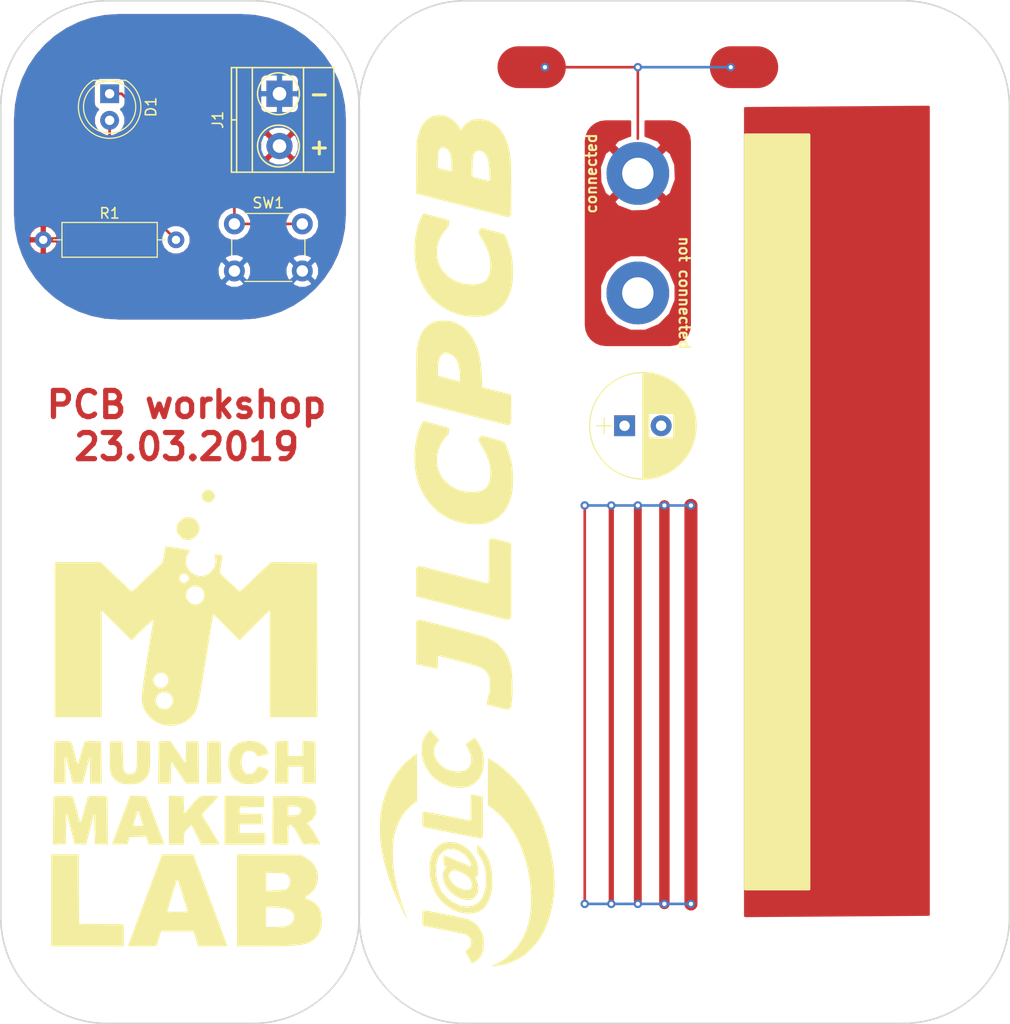
<source format=kicad_pcb>
(kicad_pcb (version 20171130) (host pcbnew 5.0.1)

  (general
    (thickness 1.6)
    (drawings 21)
    (tracks 48)
    (zones 0)
    (modules 9)
    (nets 5)
  )

  (page A4)
  (layers
    (0 F.Cu signal)
    (31 B.Cu signal)
    (32 B.Adhes user)
    (33 F.Adhes user)
    (34 B.Paste user)
    (35 F.Paste user)
    (36 B.SilkS user)
    (37 F.SilkS user)
    (38 B.Mask user)
    (39 F.Mask user)
    (40 Dwgs.User user)
    (41 Cmts.User user)
    (42 Eco1.User user)
    (43 Eco2.User user)
    (44 Edge.Cuts user)
    (45 Margin user)
    (46 B.CrtYd user)
    (47 F.CrtYd user)
    (48 B.Fab user)
    (49 F.Fab user)
  )

  (setup
    (last_trace_width 0.25)
    (trace_clearance 0.2)
    (zone_clearance 0.508)
    (zone_45_only no)
    (trace_min 0.2)
    (segment_width 0.2)
    (edge_width 0.15)
    (via_size 0.8)
    (via_drill 0.4)
    (via_min_size 0.4)
    (via_min_drill 0.3)
    (uvia_size 0.3)
    (uvia_drill 0.1)
    (uvias_allowed no)
    (uvia_min_size 0.2)
    (uvia_min_drill 0.1)
    (pcb_text_width 0.3)
    (pcb_text_size 1.5 1.5)
    (mod_edge_width 0.15)
    (mod_text_size 1 1)
    (mod_text_width 0.15)
    (pad_size 6 6)
    (pad_drill 3)
    (pad_to_mask_clearance 0.051)
    (solder_mask_min_width 0.25)
    (aux_axis_origin 0 0)
    (visible_elements FFFFFF7F)
    (pcbplotparams
      (layerselection 0x010f0_ffffffff)
      (usegerberextensions false)
      (usegerberattributes false)
      (usegerberadvancedattributes false)
      (creategerberjobfile false)
      (excludeedgelayer true)
      (linewidth 0.100000)
      (plotframeref false)
      (viasonmask false)
      (mode 1)
      (useauxorigin false)
      (hpglpennumber 1)
      (hpglpenspeed 20)
      (hpglpendiameter 15.000000)
      (psnegative false)
      (psa4output false)
      (plotreference true)
      (plotvalue true)
      (plotinvisibletext false)
      (padsonsilk false)
      (subtractmaskfromsilk false)
      (outputformat 1)
      (mirror false)
      (drillshape 0)
      (scaleselection 1)
      (outputdirectory ""))
  )

  (net 0 "")
  (net 1 "Net-(D1-Pad2)")
  (net 2 "Net-(D1-Pad1)")
  (net 3 +5V)
  (net 4 GND)

  (net_class Default "This is the default net class."
    (clearance 0.2)
    (trace_width 0.25)
    (via_dia 0.8)
    (via_drill 0.4)
    (uvia_dia 0.3)
    (uvia_drill 0.1)
    (add_net +5V)
    (add_net GND)
    (add_net "Net-(D1-Pad1)")
    (add_net "Net-(D1-Pad2)")
  )

  (module Mounting_Holes:MountingHole_3mm_Pad (layer F.Cu) (tedit 5C7D78A3) (tstamp 5C7F53FE)
    (at 196.85 106.68)
    (descr "Mounting Hole 3mm")
    (tags "mounting hole 3mm")
    (attr virtual)
    (fp_text reference REF** (at 0 -4) (layer F.Fab) hide
      (effects (font (size 1 1) (thickness 0.15)))
    )
    (fp_text value MountingHole_3mm_Pad (at 0 4) (layer F.Fab)
      (effects (font (size 1 1) (thickness 0.15)))
    )
    (fp_circle (center 0 0) (end 3.25 0) (layer F.CrtYd) (width 0.05))
    (fp_circle (center 0 0) (end 3 0) (layer Cmts.User) (width 0.15))
    (fp_text user %R (at 0.3 0) (layer F.Fab)
      (effects (font (size 1 1) (thickness 0.15)))
    )
    (pad 1 thru_hole circle (at 0 0) (size 6 6) (drill 3) (layers *.Cu *.Mask))
  )

  (module Buttons_Switches_THT:SW_PUSH_6mm (layer F.Cu) (tedit 5923F252) (tstamp 5C7DA3AF)
    (at 158.242 100.076)
    (descr https://www.omron.com/ecb/products/pdf/en-b3f.pdf)
    (tags "tact sw push 6mm")
    (path /5C12D06D)
    (fp_text reference SW1 (at 3.25 -2) (layer F.SilkS)
      (effects (font (size 1 1) (thickness 0.15)))
    )
    (fp_text value SW_Push (at 3.75 6.7) (layer F.Fab)
      (effects (font (size 1 1) (thickness 0.15)))
    )
    (fp_circle (center 3.25 2.25) (end 1.25 2.5) (layer F.Fab) (width 0.1))
    (fp_line (start 6.75 3) (end 6.75 1.5) (layer F.SilkS) (width 0.12))
    (fp_line (start 5.5 -1) (end 1 -1) (layer F.SilkS) (width 0.12))
    (fp_line (start -0.25 1.5) (end -0.25 3) (layer F.SilkS) (width 0.12))
    (fp_line (start 1 5.5) (end 5.5 5.5) (layer F.SilkS) (width 0.12))
    (fp_line (start 8 -1.25) (end 8 5.75) (layer F.CrtYd) (width 0.05))
    (fp_line (start 7.75 6) (end -1.25 6) (layer F.CrtYd) (width 0.05))
    (fp_line (start -1.5 5.75) (end -1.5 -1.25) (layer F.CrtYd) (width 0.05))
    (fp_line (start -1.25 -1.5) (end 7.75 -1.5) (layer F.CrtYd) (width 0.05))
    (fp_line (start -1.5 6) (end -1.25 6) (layer F.CrtYd) (width 0.05))
    (fp_line (start -1.5 5.75) (end -1.5 6) (layer F.CrtYd) (width 0.05))
    (fp_line (start -1.5 -1.5) (end -1.25 -1.5) (layer F.CrtYd) (width 0.05))
    (fp_line (start -1.5 -1.25) (end -1.5 -1.5) (layer F.CrtYd) (width 0.05))
    (fp_line (start 8 -1.5) (end 8 -1.25) (layer F.CrtYd) (width 0.05))
    (fp_line (start 7.75 -1.5) (end 8 -1.5) (layer F.CrtYd) (width 0.05))
    (fp_line (start 8 6) (end 8 5.75) (layer F.CrtYd) (width 0.05))
    (fp_line (start 7.75 6) (end 8 6) (layer F.CrtYd) (width 0.05))
    (fp_line (start 0.25 -0.75) (end 3.25 -0.75) (layer F.Fab) (width 0.1))
    (fp_line (start 0.25 5.25) (end 0.25 -0.75) (layer F.Fab) (width 0.1))
    (fp_line (start 6.25 5.25) (end 0.25 5.25) (layer F.Fab) (width 0.1))
    (fp_line (start 6.25 -0.75) (end 6.25 5.25) (layer F.Fab) (width 0.1))
    (fp_line (start 3.25 -0.75) (end 6.25 -0.75) (layer F.Fab) (width 0.1))
    (fp_text user %R (at 3.25 2.25) (layer F.Fab)
      (effects (font (size 1 1) (thickness 0.15)))
    )
    (pad 1 thru_hole circle (at 6.5 0 90) (size 2 2) (drill 1.1) (layers *.Cu *.Mask)
      (net 2 "Net-(D1-Pad1)"))
    (pad 2 thru_hole circle (at 6.5 4.5 90) (size 2 2) (drill 1.1) (layers *.Cu *.Mask)
      (net 4 GND))
    (pad 1 thru_hole circle (at 0 0 90) (size 2 2) (drill 1.1) (layers *.Cu *.Mask)
      (net 2 "Net-(D1-Pad1)"))
    (pad 2 thru_hole circle (at 0 4.5 90) (size 2 2) (drill 1.1) (layers *.Cu *.Mask)
      (net 4 GND))
    (model ${KISYS3DMOD}/Buttons_Switches_THT.3dshapes/SW_PUSH_6mm.wrl
      (offset (xyz 0.1269999980926514 0 0))
      (scale (xyz 0.3937 0.3937 0.3937))
      (rotate (xyz 0 0 0))
    )
  )

  (module LEDs:LED_D5.0mm (layer F.Cu) (tedit 5995936A) (tstamp 5C13099D)
    (at 146.304 87.63 270)
    (descr "LED, diameter 5.0mm, 2 pins, http://cdn-reichelt.de/documents/datenblatt/A500/LL-504BC2E-009.pdf")
    (tags "LED diameter 5.0mm 2 pins")
    (path /5C12CB35)
    (fp_text reference D1 (at 1.27 -3.96 270) (layer F.SilkS)
      (effects (font (size 1 1) (thickness 0.15)))
    )
    (fp_text value LED (at 1.27 3.96 270) (layer F.Fab)
      (effects (font (size 1 1) (thickness 0.15)))
    )
    (fp_text user %R (at 1.25 0 270) (layer F.Fab)
      (effects (font (size 0.8 0.8) (thickness 0.2)))
    )
    (fp_line (start 4.5 -3.25) (end -1.95 -3.25) (layer F.CrtYd) (width 0.05))
    (fp_line (start 4.5 3.25) (end 4.5 -3.25) (layer F.CrtYd) (width 0.05))
    (fp_line (start -1.95 3.25) (end 4.5 3.25) (layer F.CrtYd) (width 0.05))
    (fp_line (start -1.95 -3.25) (end -1.95 3.25) (layer F.CrtYd) (width 0.05))
    (fp_line (start -1.29 -1.545) (end -1.29 1.545) (layer F.SilkS) (width 0.12))
    (fp_line (start -1.23 -1.469694) (end -1.23 1.469694) (layer F.Fab) (width 0.1))
    (fp_circle (center 1.27 0) (end 3.77 0) (layer F.SilkS) (width 0.12))
    (fp_circle (center 1.27 0) (end 3.77 0) (layer F.Fab) (width 0.1))
    (fp_arc (start 1.27 0) (end -1.29 1.54483) (angle -148.9) (layer F.SilkS) (width 0.12))
    (fp_arc (start 1.27 0) (end -1.29 -1.54483) (angle 148.9) (layer F.SilkS) (width 0.12))
    (fp_arc (start 1.27 0) (end -1.23 -1.469694) (angle 299.1) (layer F.Fab) (width 0.1))
    (pad 2 thru_hole circle (at 2.54 0 270) (size 1.8 1.8) (drill 0.9) (layers *.Cu *.Mask)
      (net 1 "Net-(D1-Pad2)"))
    (pad 1 thru_hole rect (at 0 0 270) (size 1.8 1.8) (drill 0.9) (layers *.Cu *.Mask)
      (net 2 "Net-(D1-Pad1)"))
    (model ${KISYS3DMOD}/LEDs.3dshapes/LED_D5.0mm.wrl
      (at (xyz 0 0 0))
      (scale (xyz 0.393701 0.393701 0.393701))
      (rotate (xyz 0 0 0))
    )
  )

  (module Resistors_THT:R_Axial_DIN0309_L9.0mm_D3.2mm_P12.70mm_Horizontal (layer F.Cu) (tedit 5874F706) (tstamp 5C1339AB)
    (at 152.654 101.6 180)
    (descr "Resistor, Axial_DIN0309 series, Axial, Horizontal, pin pitch=12.7mm, 0.5W = 1/2W, length*diameter=9*3.2mm^2, http://cdn-reichelt.de/documents/datenblatt/B400/1_4W%23YAG.pdf")
    (tags "Resistor Axial_DIN0309 series Axial Horizontal pin pitch 12.7mm 0.5W = 1/2W length 9mm diameter 3.2mm")
    (path /5C12CAB9)
    (fp_text reference R1 (at 6.35 2.54 180) (layer F.SilkS)
      (effects (font (size 1 1) (thickness 0.15)))
    )
    (fp_text value R (at 6.35 2.66 180) (layer F.Fab)
      (effects (font (size 1 1) (thickness 0.15)))
    )
    (fp_line (start 13.75 -1.95) (end -1.05 -1.95) (layer F.CrtYd) (width 0.05))
    (fp_line (start 13.75 1.95) (end 13.75 -1.95) (layer F.CrtYd) (width 0.05))
    (fp_line (start -1.05 1.95) (end 13.75 1.95) (layer F.CrtYd) (width 0.05))
    (fp_line (start -1.05 -1.95) (end -1.05 1.95) (layer F.CrtYd) (width 0.05))
    (fp_line (start 11.72 0) (end 10.91 0) (layer F.SilkS) (width 0.12))
    (fp_line (start 0.98 0) (end 1.79 0) (layer F.SilkS) (width 0.12))
    (fp_line (start 10.91 -1.66) (end 1.79 -1.66) (layer F.SilkS) (width 0.12))
    (fp_line (start 10.91 1.66) (end 10.91 -1.66) (layer F.SilkS) (width 0.12))
    (fp_line (start 1.79 1.66) (end 10.91 1.66) (layer F.SilkS) (width 0.12))
    (fp_line (start 1.79 -1.66) (end 1.79 1.66) (layer F.SilkS) (width 0.12))
    (fp_line (start 12.7 0) (end 10.85 0) (layer F.Fab) (width 0.1))
    (fp_line (start 0 0) (end 1.85 0) (layer F.Fab) (width 0.1))
    (fp_line (start 10.85 -1.6) (end 1.85 -1.6) (layer F.Fab) (width 0.1))
    (fp_line (start 10.85 1.6) (end 10.85 -1.6) (layer F.Fab) (width 0.1))
    (fp_line (start 1.85 1.6) (end 10.85 1.6) (layer F.Fab) (width 0.1))
    (fp_line (start 1.85 -1.6) (end 1.85 1.6) (layer F.Fab) (width 0.1))
    (pad 2 thru_hole oval (at 12.7 0 180) (size 1.6 1.6) (drill 0.8) (layers *.Cu *.Mask)
      (net 3 +5V))
    (pad 1 thru_hole circle (at 0 0 180) (size 1.6 1.6) (drill 0.8) (layers *.Cu *.Mask)
      (net 1 "Net-(D1-Pad2)"))
    (model ${KISYS3DMOD}/Resistors_THT.3dshapes/R_Axial_DIN0309_L9.0mm_D3.2mm_P12.70mm_Horizontal.wrl
      (at (xyz 0 0 0))
      (scale (xyz 0.393701 0.393701 0.393701))
      (rotate (xyz 0 0 0))
    )
  )

  (module TerminalBlocks_Phoenix:TerminalBlock_Phoenix_MKDS1.5-2pol (layer F.Cu) (tedit 5C1A928C) (tstamp 5C133DBF)
    (at 162.56 87.63 270)
    (descr "2-way 5mm pitch terminal block, Phoenix MKDS series")
    (path /5C12CC92)
    (fp_text reference J1 (at 2.5 5.9 270) (layer F.SilkS)
      (effects (font (size 0.999936 1) (thickness 0.15)))
    )
    (fp_text value Screw_Terminal_01x02 (at 6.35 -5.08 270) (layer F.Fab)
      (effects (font (size 1 1) (thickness 0.15)))
    )
    (fp_circle (center 0 0.1) (end 2 0.1) (layer F.SilkS) (width 0.15))
    (fp_circle (center 5 0.1) (end 3 0.1) (layer F.SilkS) (width 0.15))
    (fp_line (start -2.5 -5.2) (end -2.5 4.6) (layer F.SilkS) (width 0.15))
    (fp_line (start 7.5 -5.2) (end -2.5 -5.2) (layer F.SilkS) (width 0.15))
    (fp_line (start 7.5 4.6) (end 7.5 -5.2) (layer F.SilkS) (width 0.15))
    (fp_line (start -2.5 4.6) (end 7.5 4.6) (layer F.SilkS) (width 0.15))
    (fp_line (start -2.5 4.1) (end 7.5 4.1) (layer F.SilkS) (width 0.15))
    (fp_line (start -2.5 -2.3) (end 7.5 -2.3) (layer F.SilkS) (width 0.15))
    (fp_line (start -2.5 2.6) (end 7.5 2.6) (layer F.SilkS) (width 0.15))
    (fp_line (start 2.5 4.1) (end 2.5 4.6) (layer F.SilkS) (width 0.15))
    (fp_line (start 7.7 -5.4) (end 7.7 4.8) (layer F.CrtYd) (width 0.05))
    (fp_line (start 7.7 4.8) (end -2.7 4.8) (layer F.CrtYd) (width 0.05))
    (fp_line (start -2.7 4.8) (end -2.7 -5.4) (layer F.CrtYd) (width 0.05))
    (fp_line (start -2.7 -5.4) (end 7.7 -5.4) (layer F.CrtYd) (width 0.05))
    (fp_text user %R (at 2.5 0 270) (layer F.Fab)
      (effects (font (size 1 1) (thickness 0.15)))
    )
    (pad 2 thru_hole circle (at 5 0 270) (size 2.5 2.5) (drill 1.3) (layers *.Cu *.Mask)
      (net 3 +5V))
    (pad 1 thru_hole rect (at 0 0 270) (size 2.5 2.5) (drill 1.3) (layers *.Cu *.Mask)
      (net 4 GND))
    (model ${KISYS3DMOD}/TerminalBlock_Phoenix.3dshapes/TerminalBlock_Phoenix_MKDS1.5-2pol.wrl
      (offset (xyz 2.499359962463379 0 0))
      (scale (xyz 1 1 1))
      (rotate (xyz 0 0 0))
    )
  )

  (module custom:logo-neg (layer F.Cu) (tedit 0) (tstamp 5C7DD632)
    (at 153.67 147.32)
    (fp_text reference G*** (at 0 0) (layer F.SilkS) hide
      (effects (font (size 1.524 1.524) (thickness 0.3)))
    )
    (fp_text value LOGO (at 0.75 0) (layer F.SilkS) hide
      (effects (font (size 1.524 1.524) (thickness 0.3)))
    )
    (fp_poly (pts (xy 2.331781 -21.771629) (xy 2.560209 -21.589397) (xy 2.705552 -21.349627) (xy 2.7305 -21.209)
      (xy 2.655717 -20.959857) (xy 2.46741 -20.738798) (xy 2.219648 -20.598143) (xy 2.074334 -20.574)
      (xy 1.871967 -20.628143) (xy 1.65677 -20.759444) (xy 1.645138 -20.769232) (xy 1.455454 -21.021266)
      (xy 1.418167 -21.209) (xy 1.49295 -21.458142) (xy 1.681257 -21.679202) (xy 1.929019 -21.819856)
      (xy 2.074334 -21.844) (xy 2.331781 -21.771629)) (layer F.SilkS) (width 0.01))
    (fp_poly (pts (xy 0.37527 -19.191285) (xy 0.705035 -19.059043) (xy 0.938981 -18.859089) (xy 1.124596 -18.608926)
      (xy 1.140517 -18.577607) (xy 1.239775 -18.197511) (xy 1.195137 -17.831094) (xy 1.031613 -17.504095)
      (xy 0.774209 -17.242251) (xy 0.447934 -17.071302) (xy 0.077797 -17.016987) (xy -0.296333 -17.098774)
      (xy -0.558708 -17.278302) (xy -0.789613 -17.557255) (xy -0.926979 -17.849484) (xy -0.960249 -18.232655)
      (xy -0.854127 -18.581114) (xy -0.638064 -18.873033) (xy -0.34151 -19.086586) (xy 0.006085 -19.199946)
      (xy 0.37527 -19.191285)) (layer F.SilkS) (width 0.01))
    (fp_poly (pts (xy -1.915603 -16.394722) (xy -1.698073 -16.369234) (xy -1.388134 -16.326708) (xy -1.023036 -16.272901)
      (xy -0.64003 -16.213571) (xy -0.276366 -16.154475) (xy 0.030707 -16.101372) (xy 0.243938 -16.060018)
      (xy 0.324956 -16.037506) (xy 0.299143 -15.962919) (xy 0.19896 -15.806939) (xy 0.170476 -15.767652)
      (xy -0.025147 -15.370539) (xy -0.072059 -14.937614) (xy 0.024908 -14.504471) (xy 0.260923 -14.106703)
      (xy 0.418224 -13.942355) (xy 0.823915 -13.678422) (xy 1.263837 -13.56942) (xy 1.707754 -13.6137)
      (xy 2.125427 -13.809613) (xy 2.399093 -14.050422) (xy 2.672527 -14.462511) (xy 2.780904 -14.908184)
      (xy 2.732897 -15.345986) (xy 2.646288 -15.670466) (xy 3.037644 -15.613718) (xy 3.270202 -15.578296)
      (xy 3.415953 -15.552847) (xy 3.439473 -15.546651) (xy 3.431384 -15.464446) (xy 3.401206 -15.251029)
      (xy 3.354183 -14.942303) (xy 3.315565 -14.698148) (xy 3.181184 -13.859963) (xy 4.109426 -12.986391)
      (xy 4.436408 -12.681702) (xy 4.720266 -12.422924) (xy 4.938243 -12.230359) (xy 5.067581 -12.124309)
      (xy 5.091744 -12.110076) (xy 5.165418 -12.165478) (xy 5.343278 -12.322524) (xy 5.607853 -12.565077)
      (xy 5.941668 -12.876999) (xy 6.327249 -13.242151) (xy 6.602906 -13.505723) (xy 8.059991 -14.904112)
      (xy 10.274162 -14.881556) (xy 12.488334 -14.859) (xy 12.509965 -7.471833) (xy 12.531597 -0.084666)
      (xy 7.958667 -0.084666) (xy 7.958667 -10.285132) (xy 5.080125 -7.410326) (xy 3.810063 -8.678271)
      (xy 3.435169 -9.050689) (xy 3.104132 -9.375999) (xy 2.834284 -9.637462) (xy 2.642955 -9.81834)
      (xy 2.547477 -9.901896) (xy 2.539906 -9.904941) (xy 2.526735 -9.815861) (xy 2.488935 -9.575323)
      (xy 2.429027 -9.199014) (xy 2.349529 -8.702619) (xy 2.252961 -8.101825) (xy 2.141839 -7.412318)
      (xy 2.018685 -6.649783) (xy 1.886016 -5.829906) (xy 1.833104 -5.503333) (xy 1.668801 -4.491978)
      (xy 1.527541 -3.633141) (xy 1.40559 -2.912136) (xy 1.299211 -2.31428) (xy 1.20467 -1.824886)
      (xy 1.118231 -1.42927) (xy 1.036159 -1.112747) (xy 0.954717 -0.860632) (xy 0.870172 -0.65824)
      (xy 0.778787 -0.490887) (xy 0.676827 -0.343888) (xy 0.560556 -0.202557) (xy 0.454426 -0.083373)
      (xy 0.004456 0.2951) (xy -0.542892 0.565619) (xy -1.147054 0.718441) (xy -1.767464 0.74382)
      (xy -2.363557 0.632012) (xy -2.429947 0.609479) (xy -2.991742 0.358567) (xy -3.435278 0.035646)
      (xy -3.799242 -0.393758) (xy -4.064055 -0.846774) (xy -4.148229 -1.026433) (xy -4.213182 -1.209896)
      (xy -4.257941 -1.413482) (xy -4.280515 -1.643151) (xy -2.963333 -1.643151) (xy -2.890825 -1.325879)
      (xy -2.700094 -1.073821) (xy -2.431334 -0.905491) (xy -2.124736 -0.839403) (xy -1.820492 -0.894068)
      (xy -1.619445 -1.02413) (xy -1.383082 -1.334292) (xy -1.313046 -1.671995) (xy -1.359681 -1.920194)
      (xy -1.541299 -2.232053) (xy -1.833171 -2.418245) (xy -2.175353 -2.472266) (xy -2.49656 -2.394808)
      (xy -2.75845 -2.188262) (xy -2.924198 -1.891375) (xy -2.963333 -1.643151) (xy -4.280515 -1.643151)
      (xy -4.281534 -1.65351) (xy -4.282988 -1.946301) (xy -4.26133 -2.308174) (xy -4.215589 -2.755448)
      (xy -4.14479 -3.304444) (xy -4.105286 -3.57659) (xy -3.166281 -3.57659) (xy -3.096107 -3.293785)
      (xy -2.92261 -3.057497) (xy -2.661651 -2.908836) (xy -2.455333 -2.878666) (xy -2.220966 -2.934529)
      (xy -1.987932 -3.070547) (xy -1.977454 -3.079361) (xy -1.793397 -3.331866) (xy -1.744386 -3.620076)
      (xy -1.814559 -3.902881) (xy -1.988056 -4.139169) (xy -2.249016 -4.28783) (xy -2.455333 -4.318)
      (xy -2.6897 -4.262137) (xy -2.922734 -4.126119) (xy -2.933212 -4.117305) (xy -3.117269 -3.864801)
      (xy -3.166281 -3.57659) (xy -4.105286 -3.57659) (xy -4.047963 -3.97148) (xy -3.924134 -4.772878)
      (xy -3.773932 -5.715) (xy -3.652859 -6.466225) (xy -3.539013 -7.169417) (xy -3.435425 -7.806092)
      (xy -3.345125 -8.357768) (xy -3.271143 -8.80596) (xy -3.21651 -9.132185) (xy -3.184255 -9.31796)
      (xy -3.17787 -9.35072) (xy -3.221372 -9.347807) (xy -3.365311 -9.23934) (xy -3.591821 -9.04092)
      (xy -3.883034 -8.768146) (xy -4.194853 -8.462822) (xy -5.24967 -7.410538) (xy -8.128 -10.285132)
      (xy -8.128 -0.084666) (xy -12.615333 -0.084666) (xy -12.615333 -11.767746) (xy -0.05173 -11.767746)
      (xy 0.001527 -11.453384) (xy 0.16596 -11.177928) (xy 0.412947 -10.969603) (xy 0.713864 -10.856633)
      (xy 1.040089 -10.867244) (xy 1.212066 -10.931909) (xy 1.507826 -11.167665) (xy 1.664779 -11.499799)
      (xy 1.691451 -11.742779) (xy 1.625242 -12.122393) (xy 1.426979 -12.39745) (xy 1.104031 -12.559491)
      (xy 0.954155 -12.589143) (xy 0.574024 -12.574976) (xy 0.273044 -12.414082) (xy 0.038296 -12.099487)
      (xy 0.034812 -12.092789) (xy -0.05173 -11.767746) (xy -12.615333 -11.767746) (xy -12.615333 -14.901333)
      (xy -8.164549 -14.901333) (xy -7.701774 -14.428929) (xy -7.47234 -14.200047) (xy -7.154692 -13.890436)
      (xy -6.784642 -13.534654) (xy -6.398002 -13.167258) (xy -6.245297 -13.023451) (xy -5.251595 -12.090377)
      (xy -4.975297 -12.322121) (xy -4.828316 -12.453291) (xy -4.584386 -12.679848) (xy -4.267735 -12.978902)
      (xy -3.945037 -13.287037) (xy -0.66411 -13.287037) (xy -0.563437 -13.070529) (xy -0.489161 -13.001134)
      (xy -0.323492 -12.898761) (xy -0.19955 -12.889398) (xy -0.052026 -12.981975) (xy 0.058779 -13.076056)
      (xy 0.210128 -13.221492) (xy 0.247142 -13.332838) (xy 0.187335 -13.482258) (xy 0.166663 -13.520556)
      (xy -0.012481 -13.709364) (xy -0.250948 -13.793673) (xy -0.485542 -13.756752) (xy -0.555453 -13.711751)
      (xy -0.663721 -13.525138) (xy -0.66411 -13.287037) (xy -3.945037 -13.287037) (xy -3.902595 -13.327563)
      (xy -3.513196 -13.702941) (xy -3.496909 -13.718721) (xy -2.294818 -14.883577) (xy -2.165566 -15.624076)
      (xy -2.104539 -15.957352) (xy -2.050916 -16.220815) (xy -2.013042 -16.374662) (xy -2.003475 -16.397413)
      (xy -1.915603 -16.394722)) (layer F.SilkS) (width 0.01))
    (fp_poly (pts (xy 12.319 2.243667) (xy 12.341699 4.2545) (xy 12.364398 6.265334) (xy 11.091334 6.265334)
      (xy 11.091334 4.656667) (xy 9.736667 4.656667) (xy 9.736667 6.265334) (xy 8.463602 6.265334)
      (xy 8.486301 4.2545) (xy 8.509 2.243667) (xy 9.122834 2.218791) (xy 9.736667 2.193915)
      (xy 9.736667 3.640667) (xy 11.091334 3.640667) (xy 11.091334 2.193915) (xy 12.319 2.243667)) (layer F.SilkS) (width 0.01))
    (fp_poly (pts (xy 3.282366 4.2545) (xy 3.305065 6.265334) (xy 1.944269 6.265334) (xy 1.966968 4.2545)
      (xy 1.989667 2.243667) (xy 3.259667 2.243667) (xy 3.282366 4.2545)) (layer F.SilkS) (width 0.01))
    (fp_poly (pts (xy -0.823517 3.267969) (xy -0.090068 4.341591) (xy -0.0662 3.292629) (xy -0.042333 2.243667)
      (xy 1.143 2.243667) (xy 1.165699 4.2545) (xy 1.188398 6.265334) (xy -0.051706 6.265334)
      (xy -1.481666 4.164014) (xy -1.505363 5.214674) (xy -1.529059 6.265334) (xy -2.712398 6.265334)
      (xy -2.689699 4.2545) (xy -2.667 2.243667) (xy -2.111983 2.219007) (xy -1.556966 2.194348)
      (xy -0.823517 3.267969)) (layer F.SilkS) (width 0.01))
    (fp_poly (pts (xy -11.310033 2.214135) (xy -11.145002 2.261366) (xy -11.028112 2.373519) (xy -10.935705 2.574358)
      (xy -10.844126 2.887645) (xy -10.729716 3.337145) (xy -10.717089 3.386667) (xy -10.619527 3.763166)
      (xy -10.533361 4.086133) (xy -10.469428 4.315495) (xy -10.442333 4.402667) (xy -10.405359 4.373485)
      (xy -10.336856 4.205511) (xy -10.245673 3.924403) (xy -10.140654 3.555818) (xy -10.108102 3.433282)
      (xy -9.996967 3.022602) (xy -9.894723 2.670881) (xy -9.81141 2.410872) (xy -9.757072 2.275334)
      (xy -9.750156 2.265623) (xy -9.638505 2.236415) (xy -9.400588 2.218898) (xy -9.07922 2.215488)
      (xy -8.924607 2.219008) (xy -8.170333 2.243667) (xy -8.147634 4.2545) (xy -8.124935 6.265334)
      (xy -9.228666 6.265334) (xy -9.235605 4.974167) (xy -9.242543 3.683) (xy -9.587249 4.974167)
      (xy -9.931954 6.265334) (xy -10.893235 6.265334) (xy -11.239141 4.931834) (xy -11.585048 3.598334)
      (xy -11.59219 4.931834) (xy -11.599333 6.265334) (xy -12.703065 6.265334) (xy -12.680366 4.2545)
      (xy -12.657666 2.243667) (xy -11.879146 2.219384) (xy -11.546862 2.208062) (xy -11.310033 2.214135)) (layer F.SilkS) (width 0.01))
    (fp_poly (pts (xy 6.582565 2.242521) (xy 7.064947 2.394087) (xy 7.393078 2.606729) (xy 7.508911 2.744245)
      (xy 7.642022 2.94631) (xy 7.763695 3.162044) (xy 7.845218 3.340569) (xy 7.858127 3.430763)
      (xy 7.767687 3.462577) (xy 7.558493 3.518586) (xy 7.295572 3.582016) (xy 7.006749 3.645934)
      (xy 6.839184 3.666296) (xy 6.749294 3.638281) (xy 6.693493 3.557065) (xy 6.673016 3.513128)
      (xy 6.487377 3.29144) (xy 6.208746 3.164525) (xy 5.894166 3.148653) (xy 5.659933 3.224148)
      (xy 5.460555 3.413595) (xy 5.329552 3.704624) (xy 5.265081 4.057255) (xy 5.265298 4.431507)
      (xy 5.328359 4.787401) (xy 5.452422 5.084958) (xy 5.635643 5.284196) (xy 5.757334 5.336549)
      (xy 6.130633 5.361304) (xy 6.423222 5.238115) (xy 6.641739 4.964104) (xy 6.649058 4.949916)
      (xy 6.821117 4.610962) (xy 7.347558 4.768165) (xy 7.663478 4.876652) (xy 7.827939 4.989772)
      (xy 7.855737 5.144288) (xy 7.761672 5.376961) (xy 7.663083 5.552027) (xy 7.411018 5.893901)
      (xy 7.10489 6.124332) (xy 6.710657 6.260581) (xy 6.194282 6.31991) (xy 6.144873 6.321915)
      (xy 5.785196 6.322024) (xy 5.46005 6.299724) (xy 5.231431 6.259665) (xy 5.207 6.251564)
      (xy 4.720504 5.988783) (xy 4.3577 5.610638) (xy 4.118374 5.116811) (xy 4.002313 4.506983)
      (xy 3.997944 4.446975) (xy 4.018143 3.787883) (xy 4.16702 3.235464) (xy 4.44015 2.794684)
      (xy 4.83311 2.470511) (xy 5.341475 2.267913) (xy 5.960821 2.191855) (xy 6.006989 2.191402)
      (xy 6.582565 2.242521)) (layer F.SilkS) (width 0.01))
    (fp_poly (pts (xy -4.1275 2.218791) (xy -3.513666 2.243667) (xy -3.490274 3.538686) (xy -3.487686 4.029786)
      (xy -3.496878 4.481058) (xy -3.51629 4.853901) (xy -3.544361 5.109713) (xy -3.556001 5.16467)
      (xy -3.756298 5.600919) (xy -4.085931 5.966916) (xy -4.441497 6.190855) (xy -4.755276 6.281164)
      (xy -5.170572 6.331224) (xy -5.624027 6.339376) (xy -6.05228 6.303958) (xy -6.342049 6.240652)
      (xy -6.688054 6.055894) (xy -6.999996 5.759782) (xy -7.223873 5.409117) (xy -7.280078 5.253996)
      (xy -7.311822 5.043214) (xy -7.334905 4.699235) (xy -7.347887 4.258041) (xy -7.349328 3.755612)
      (xy -7.347004 3.581225) (xy -7.323666 2.243667) (xy -6.138333 2.243667) (xy -6.096 3.668874)
      (xy -6.076255 4.239046) (xy -6.049799 4.661828) (xy -6.007769 4.959148) (xy -5.941303 5.152937)
      (xy -5.841541 5.265122) (xy -5.69962 5.317634) (xy -5.506679 5.332402) (xy -5.423651 5.332704)
      (xy -5.199654 5.315593) (xy -5.030088 5.253007) (xy -4.907603 5.12479) (xy -4.824845 4.910787)
      (xy -4.774462 4.590841) (xy -4.749104 4.144798) (xy -4.741418 3.552503) (xy -4.741333 3.462113)
      (xy -4.741333 2.193915) (xy -4.1275 2.218791)) (layer F.SilkS) (width 0.01))
    (fp_poly (pts (xy 10.883714 7.489916) (xy 11.344615 7.546066) (xy 11.697062 7.640541) (xy 11.960909 7.779098)
      (xy 12.156012 7.967494) (xy 12.302226 8.211484) (xy 12.329912 8.273447) (xy 12.437538 8.717685)
      (xy 12.382685 9.146026) (xy 12.269702 9.389812) (xy 12.066697 9.667675) (xy 11.849675 9.87755)
      (xy 11.658839 9.982401) (xy 11.6205 9.98785) (xy 11.53891 10.000006) (xy 11.535822 10.049706)
      (xy 11.625017 10.166076) (xy 11.789834 10.34574) (xy 11.921162 10.514056) (xy 12.093663 10.772493)
      (xy 12.284789 11.082269) (xy 12.471994 11.404602) (xy 12.632731 11.700709) (xy 12.744454 11.931808)
      (xy 12.784667 12.056947) (xy 12.706151 12.078703) (xy 12.494868 12.091423) (xy 12.187212 12.093672)
      (xy 11.965865 12.089233) (xy 11.147063 12.065) (xy 10.736209 11.307469) (xy 10.49453 10.873637)
      (xy 10.308081 10.571755) (xy 10.159989 10.380556) (xy 10.033379 10.278775) (xy 9.911376 10.245148)
      (xy 9.892878 10.244667) (xy 9.824306 10.258615) (xy 9.779269 10.319786) (xy 9.752904 10.45717)
      (xy 9.74035 10.699758) (xy 9.736743 11.076539) (xy 9.736667 11.176) (xy 9.736667 12.107334)
      (xy 9.014343 12.107334) (xy 8.612409 12.097113) (xy 8.36427 12.065107) (xy 8.255546 12.009294)
      (xy 8.250873 12.00011) (xy 8.240617 11.88937) (xy 8.233023 11.633015) (xy 8.228282 11.254748)
      (xy 8.226584 10.77827) (xy 8.228119 10.227283) (xy 8.232364 9.692943) (xy 8.244981 8.466667)
      (xy 9.736667 8.466667) (xy 9.736667 9.313334) (xy 10.165566 9.313334) (xy 10.449798 9.296407)
      (xy 10.684181 9.253449) (xy 10.758233 9.225688) (xy 10.881504 9.076261) (xy 10.921893 8.854406)
      (xy 10.871911 8.63932) (xy 10.8204 8.568267) (xy 10.684673 8.51278) (xy 10.440664 8.475877)
      (xy 10.227734 8.466667) (xy 9.736667 8.466667) (xy 8.244981 8.466667) (xy 8.255 7.493)
      (xy 9.55713 7.469569) (xy 10.294504 7.466336) (xy 10.883714 7.489916)) (layer F.SilkS) (width 0.01))
    (fp_poly (pts (xy 5.5245 7.470214) (xy 7.408334 7.493) (xy 7.408334 8.509) (xy 5.08 8.556112)
      (xy 5.08 9.138941) (xy 6.1595 9.162637) (xy 7.239 9.186334) (xy 7.289784 10.16)
      (xy 5.08 10.16) (xy 5.08 11.006667) (xy 7.535334 11.006667) (xy 7.535334 12.107334)
      (xy 3.640667 12.107334) (xy 3.640667 7.447427) (xy 5.5245 7.470214)) (layer F.SilkS) (width 0.01))
    (fp_poly (pts (xy -0.994833 7.468409) (xy -0.296333 7.493) (xy -0.254 8.322215) (xy -0.211666 9.15143)
      (xy 0.308202 8.533882) (xy 0.637552 8.140759) (xy 0.882595 7.855805) (xy 1.072775 7.661749)
      (xy 1.237538 7.54132) (xy 1.406325 7.477249) (xy 1.608581 7.452264) (xy 1.873749 7.449097)
      (xy 2.154957 7.450667) (xy 2.520802 7.455058) (xy 2.814122 7.466935) (xy 3.00002 7.484355)
      (xy 3.048 7.500403) (xy 2.993221 7.576956) (xy 2.842989 7.752393) (xy 2.618462 8.002817)
      (xy 2.340798 8.304329) (xy 2.254368 8.396833) (xy 1.460736 9.243526) (xy 2.296701 10.60923)
      (xy 2.558562 11.040374) (xy 2.786853 11.422641) (xy 2.967805 11.732447) (xy 3.08765 11.946208)
      (xy 3.132618 12.040337) (xy 3.132667 12.041134) (xy 3.053901 12.068566) (xy 2.841162 12.090452)
      (xy 2.529784 12.104107) (xy 2.261762 12.107334) (xy 1.390857 12.107334) (xy 0.931377 11.176088)
      (xy 0.471897 10.244843) (xy 0.108949 10.60105) (xy -0.083593 10.797842) (xy -0.192158 10.953272)
      (xy -0.240795 11.129046) (xy -0.253555 11.38687) (xy -0.254 11.532295) (xy -0.254 12.107334)
      (xy -1.693333 12.107334) (xy -1.693333 7.443819) (xy -0.994833 7.468409)) (layer F.SilkS) (width 0.01))
    (fp_poly (pts (xy -3.852926 7.493) (xy -2.984796 9.778018) (xy -2.763085 10.362326) (xy -2.562276 10.89296)
      (xy -2.389884 11.349952) (xy -2.253422 11.713333) (xy -2.160404 11.963135) (xy -2.118344 12.07939)
      (xy -2.116666 12.085185) (xy -2.195036 12.094937) (xy -2.40496 12.102499) (xy -2.708663 12.106772)
      (xy -2.878991 12.107334) (xy -3.641316 12.107334) (xy -3.846642 11.339644) (xy -4.651294 11.363655)
      (xy -5.455947 11.387667) (xy -5.550564 11.726334) (xy -5.645182 12.065) (xy -6.378591 12.089463)
      (xy -6.707032 12.094002) (xy -6.959456 12.085275) (xy -7.097428 12.065157) (xy -7.112 12.053705)
      (xy -7.099349 12.004818) (xy -7.058811 11.884109) (xy -6.986504 11.681088) (xy -6.878547 11.385263)
      (xy -6.73106 10.986146) (xy -6.540163 10.473247) (xy -6.464494 10.270828) (xy -5.08 10.270828)
      (xy -5.003516 10.303208) (xy -4.806659 10.324455) (xy -4.625434 10.329334) (xy -4.170867 10.329334)
      (xy -4.38665 9.609667) (xy -4.487624 9.290095) (xy -4.575387 9.043388) (xy -4.636432 8.906219)
      (xy -4.651685 8.89) (xy -4.691403 8.964042) (xy -4.761788 9.155748) (xy -4.848685 9.419486)
      (xy -4.937941 9.709628) (xy -5.0154 9.980542) (xy -5.066911 10.186598) (xy -5.08 10.270828)
      (xy -6.464494 10.270828) (xy -6.301973 9.836076) (xy -6.012612 9.064142) (xy -5.668197 8.146957)
      (xy -5.572417 7.892085) (xy -5.404194 7.444504) (xy -3.852926 7.493)) (layer F.SilkS) (width 0.01))
    (fp_poly (pts (xy -8.489385 7.468953) (xy -7.577666 7.493) (xy -7.555132 9.803904) (xy -7.532598 12.114807)
      (xy -8.147799 12.089904) (xy -8.763 12.065) (xy -8.805333 10.583334) (xy -8.847666 9.101667)
      (xy -9.609666 12.114087) (xy -10.159701 12.089543) (xy -10.709736 12.065) (xy -11.499348 9.017)
      (xy -11.557 12.065) (xy -12.172201 12.089904) (xy -12.787402 12.114807) (xy -12.764867 9.803904)
      (xy -12.742333 7.493) (xy -11.860681 7.468719) (xy -11.487789 7.46528) (xy -11.177951 7.475189)
      (xy -10.97022 7.49645) (xy -10.905909 7.517558) (xy -10.858877 7.62245) (xy -10.780565 7.85946)
      (xy -10.680798 8.196439) (xy -10.569404 8.601235) (xy -10.53621 8.727172) (xy -10.424459 9.151179)
      (xy -10.324517 9.522574) (xy -10.245694 9.807321) (xy -10.1973 9.971384) (xy -10.190622 9.990667)
      (xy -10.153546 9.959583) (xy -10.084217 9.789115) (xy -9.991148 9.504228) (xy -9.882855 9.129891)
      (xy -9.829693 8.932334) (xy -9.713887 8.496982) (xy -9.609051 8.111576) (xy -9.524594 7.810075)
      (xy -9.469924 7.626435) (xy -9.459438 7.595953) (xy -9.416257 7.529051) (xy -9.328256 7.486995)
      (xy -9.164272 7.465705) (xy -8.893139 7.461102) (xy -8.489385 7.468953)) (layer F.SilkS) (width 0.01))
    (fp_poly (pts (xy 7.859074 13.054092) (xy 10.892148 13.081) (xy 11.390271 13.335879) (xy 11.874103 13.6654)
      (xy 12.233711 14.078373) (xy 12.468527 14.549174) (xy 12.577984 15.052178) (xy 12.561514 15.561761)
      (xy 12.418551 16.052298) (xy 12.148527 16.498164) (xy 11.750876 16.873735) (xy 11.472334 17.043746)
      (xy 11.311474 17.134779) (xy 11.289906 17.187726) (xy 11.387667 17.23334) (xy 11.975673 17.487929)
      (xy 12.412186 17.797999) (xy 12.711033 18.18239) (xy 12.886043 18.65994) (xy 12.951043 19.249489)
      (xy 12.952141 19.364781) (xy 12.912748 19.923591) (xy 12.785592 20.381211) (xy 12.551899 20.791092)
      (xy 12.373088 21.013344) (xy 12.176845 21.208624) (xy 11.950123 21.371913) (xy 11.677103 21.505854)
      (xy 11.341965 21.613091) (xy 10.928891 21.696268) (xy 10.422061 21.758027) (xy 9.805657 21.801012)
      (xy 9.06386 21.827867) (xy 8.18085 21.841234) (xy 7.402207 21.844) (xy 4.826 21.844)
      (xy 4.826 19.981334) (xy 7.62 19.981334) (xy 8.51172 19.981334) (xy 9.020571 19.967889)
      (xy 9.41573 19.929327) (xy 9.670378 19.868304) (xy 9.675886 19.866019) (xy 10.027506 19.64995)
      (xy 10.228108 19.360626) (xy 10.283152 19.043237) (xy 10.22797 18.732451) (xy 10.055982 18.490303)
      (xy 9.757524 18.312435) (xy 9.322932 18.194489) (xy 8.742542 18.132109) (xy 8.233834 18.119157)
      (xy 7.62 18.118667) (xy 7.62 19.981334) (xy 4.826 19.981334) (xy 4.826 16.524982)
      (xy 7.62 16.524982) (xy 8.558837 16.496324) (xy 8.97064 16.481797) (xy 9.249231 16.462551)
      (xy 9.430688 16.430185) (xy 9.551091 16.376296) (xy 9.646521 16.292479) (xy 9.701837 16.230112)
      (xy 9.871288 15.923273) (xy 9.91402 15.581362) (xy 9.830693 15.258862) (xy 9.687745 15.064259)
      (xy 9.57601 14.972447) (xy 9.448816 14.910977) (xy 9.268775 14.872198) (xy 8.998498 14.848456)
      (xy 8.600597 14.832102) (xy 8.544745 14.830343) (xy 7.62 14.801685) (xy 7.62 16.524982)
      (xy 4.826 16.524982) (xy 4.826 13.027183) (xy 7.859074 13.054092)) (layer F.SilkS) (width 0.01))
    (fp_poly (pts (xy 2.265135 17.384893) (xy 2.570545 18.200473) (xy 2.857317 18.968218) (xy 3.120054 19.67355)
      (xy 3.353362 20.301894) (xy 3.551847 20.838674) (xy 3.710113 21.269313) (xy 3.822765 21.579236)
      (xy 3.884408 21.753867) (xy 3.894667 21.78756) (xy 3.814663 21.806376) (xy 3.593287 21.822532)
      (xy 3.258496 21.834895) (xy 2.838243 21.842332) (xy 2.50279 21.844) (xy 1.110914 21.844)
      (xy 0.891402 21.124334) (xy 0.67189 20.404667) (xy -2.448163 20.404667) (xy -2.6257 21.0185)
      (xy -2.71627 21.329703) (xy -2.791063 21.58317) (xy -2.835513 21.729592) (xy -2.838294 21.738167)
      (xy -2.89999 21.78075) (xy -3.064213 21.811288) (xy -3.348416 21.831106) (xy -3.770046 21.841531)
      (xy -4.230676 21.844) (xy -4.688644 21.840259) (xy -5.080777 21.829921) (xy -5.378734 21.814308)
      (xy -5.554179 21.794747) (xy -5.589097 21.7805) (xy -5.560426 21.691474) (xy -5.477583 21.458558)
      (xy -5.345964 21.096373) (xy -5.17096 20.619541) (xy -4.957965 20.042684) (xy -4.712371 19.380422)
      (xy -4.439572 18.647379) (xy -4.359535 18.432974) (xy -1.834211 18.432974) (xy -1.817458 18.487105)
      (xy -1.735899 18.519483) (xy -1.562584 18.535698) (xy -1.270563 18.541341) (xy -0.894705 18.542)
      (xy -0.51016 18.537645) (xy -0.196566 18.525803) (xy 0.012752 18.508309) (xy 0.084667 18.488083)
      (xy 0.060748 18.392999) (xy -0.005057 18.165653) (xy -0.103818 17.835312) (xy -0.226607 17.431243)
      (xy -0.364495 16.982714) (xy -0.508553 16.518991) (xy -0.649853 16.069341) (xy -0.733579 15.806015)
      (xy -0.813227 15.581575) (xy -0.875793 15.449095) (xy -0.897826 15.432271) (xy -0.932564 15.520612)
      (xy -1.007186 15.74359) (xy -1.112841 16.073676) (xy -1.240678 16.483337) (xy -1.341936 16.813589)
      (xy -1.483568 17.27824) (xy -1.611697 17.697528) (xy -1.716568 18.039612) (xy -1.788426 18.272651)
      (xy -1.813108 18.3515) (xy -1.834211 18.432974) (xy -4.359535 18.432974) (xy -4.14496 17.858175)
      (xy -3.96523 17.377834) (xy -2.340266 13.038667) (xy 0.635603 13.038667) (xy 2.265135 17.384893)) (layer F.SilkS) (width 0.01))
    (fp_poly (pts (xy -10.309149 16.361834) (xy -10.287 19.685) (xy -8.149166 19.707621) (xy -6.011333 19.730241)
      (xy -6.011333 21.844) (xy -12.954 21.844) (xy -12.954 13.038667) (xy -10.331299 13.038667)
      (xy -10.309149 16.361834)) (layer F.SilkS) (width 0.01))
  )

  (module custom:jls-neg (layer F.Cu) (tedit 0) (tstamp 5C7E3545)
    (at 180.34 130.81 90)
    (fp_text reference G*** (at 0 0 90) (layer F.SilkS) hide
      (effects (font (size 1.524 1.524) (thickness 0.3)))
    )
    (fp_text value LOGO (at 0.75 0 90) (layer F.SilkS) hide
      (effects (font (size 1.524 1.524) (thickness 0.3)))
    )
    (fp_poly (pts (xy -26.851433 -8.166833) (xy -26.460222 -8.156966) (xy -26.099859 -8.139602) (xy -25.792646 -8.114946)
      (xy -25.689634 -8.103089) (xy -24.854159 -7.955911) (xy -24.049982 -7.734587) (xy -23.281944 -7.441417)
      (xy -22.554888 -7.0787) (xy -21.873658 -6.648737) (xy -21.243096 -6.153826) (xy -20.886595 -5.822203)
      (xy -20.725334 -5.655656) (xy -20.55664 -5.4701) (xy -20.390431 -5.277776) (xy -20.236629 -5.090925)
      (xy -20.105154 -4.921787) (xy -20.005927 -4.782602) (xy -19.948868 -4.685612) (xy -19.939 -4.653001)
      (xy -19.980368 -4.644896) (xy -20.10062 -4.637532) (xy -20.293973 -4.631008) (xy -20.554646 -4.625422)
      (xy -20.876857 -4.620872) (xy -21.254826 -4.617456) (xy -21.682771 -4.615272) (xy -22.154911 -4.614418)
      (xy -22.214416 -4.61441) (xy -24.489833 -4.614485) (xy -24.616077 -4.815493) (xy -24.749293 -4.998289)
      (xy -24.933577 -5.211168) (xy -25.150489 -5.435871) (xy -25.38159 -5.654135) (xy -25.60844 -5.8477)
      (xy -25.806121 -5.994014) (xy -26.345235 -6.304489) (xy -26.943359 -6.559) (xy -27.593778 -6.754952)
      (xy -28.0035 -6.842815) (xy -28.269959 -6.879337) (xy -28.602564 -6.905252) (xy -28.983479 -6.920679)
      (xy -29.394866 -6.925741) (xy -29.818888 -6.920556) (xy -30.237706 -6.905245) (xy -30.633484 -6.879929)
      (xy -30.988384 -6.844727) (xy -31.157333 -6.82156) (xy -31.938673 -6.68234) (xy -32.744491 -6.503993)
      (xy -33.547609 -6.293633) (xy -34.32085 -6.058373) (xy -35.030833 -5.807698) (xy -35.238294 -5.728669)
      (xy -35.422914 -5.658724) (xy -35.567451 -5.604367) (xy -35.654661 -5.572105) (xy -35.665833 -5.568133)
      (xy -35.7505 -5.538755) (xy -35.665833 -5.607869) (xy -35.599054 -5.650962) (xy -35.472225 -5.723071)
      (xy -35.301134 -5.815562) (xy -35.101566 -5.919802) (xy -35.009666 -5.966727) (xy -33.912411 -6.492488)
      (xy -32.830224 -6.950063) (xy -31.767316 -7.338101) (xy -30.727896 -7.655249) (xy -29.716174 -7.900158)
      (xy -28.736359 -8.071476) (xy -28.278666 -8.127167) (xy -27.987107 -8.149368) (xy -27.63718 -8.163241)
      (xy -27.251187 -8.168993) (xy -26.851433 -8.166833)) (layer F.SilkS) (width 0.01))
    (fp_poly (pts (xy -25.977639 -4.105645) (xy -25.792033 -4.102605) (xy -25.665029 -4.095754) (xy -25.583597 -4.083629)
      (xy -25.534707 -4.06477) (xy -25.505328 -4.037717) (xy -25.495605 -4.023451) (xy -25.486119 -3.99287)
      (xy -25.48393 -3.937768) (xy -25.49011 -3.851729) (xy -25.505729 -3.728334) (xy -25.531858 -3.561166)
      (xy -25.569568 -3.343809) (xy -25.619931 -3.069843) (xy -25.684016 -2.732851) (xy -25.762894 -2.326417)
      (xy -25.857638 -1.844122) (xy -25.868244 -1.790368) (xy -25.95066 -1.373536) (xy -26.028644 -0.980513)
      (xy -26.100573 -0.619386) (xy -26.164821 -0.298244) (xy -26.219765 -0.025175) (xy -26.263782 0.191731)
      (xy -26.295247 0.344386) (xy -26.312535 0.424702) (xy -26.314842 0.433916) (xy -26.316694 0.455507)
      (xy -26.301869 0.472455) (xy -26.261459 0.485318) (xy -26.186555 0.494654) (xy -26.068248 0.501022)
      (xy -25.89763 0.50498) (xy -25.665791 0.507087) (xy -25.363824 0.5079) (xy -25.132869 0.508)
      (xy -24.774391 0.508568) (xy -24.491468 0.51058) (xy -24.274996 0.514501) (xy -24.11587 0.520792)
      (xy -24.004986 0.529917) (xy -23.933238 0.542338) (xy -23.891521 0.558519) (xy -23.875641 0.571931)
      (xy -23.855639 0.614879) (xy -23.850774 0.687601) (xy -23.862233 0.804149) (xy -23.8912 0.978576)
      (xy -23.924771 1.154015) (xy -24.02696 1.672166) (xy -25.97654 1.683168) (xy -26.435046 1.68558)
      (xy -26.816297 1.687021) (xy -27.127698 1.68726) (xy -27.37666 1.686061) (xy -27.570588 1.683191)
      (xy -27.716891 1.678418) (xy -27.822976 1.671507) (xy -27.89625 1.662225) (xy -27.944122 1.65034)
      (xy -27.973999 1.635616) (xy -27.991694 1.619668) (xy -28.003719 1.599312) (xy -28.010934 1.56626)
      (xy -28.012316 1.514519) (xy -28.006843 1.438093) (xy -27.993493 1.330988) (xy -27.971241 1.187209)
      (xy -27.939067 1.000763) (xy -27.895945 0.765654) (xy -27.840855 0.475888) (xy -27.772773 0.12547)
      (xy -27.690676 -0.291594) (xy -27.593542 -0.781298) (xy -27.513102 -1.185334) (xy -27.419175 -1.656314)
      (xy -27.329683 -2.104439) (xy -27.246066 -2.522532) (xy -27.169765 -2.903417) (xy -27.102223 -3.239915)
      (xy -27.044879 -3.524851) (xy -26.999176 -3.751047) (xy -26.966554 -3.911327) (xy -26.948455 -3.998513)
      (xy -26.945661 -4.011084) (xy -26.934385 -4.046448) (xy -26.912207 -4.071758) (xy -26.866582 -4.088695)
      (xy -26.784963 -4.09894) (xy -26.654805 -4.104173) (xy -26.463562 -4.106077) (xy -26.234876 -4.106334)
      (xy -25.977639 -4.105645)) (layer F.SilkS) (width 0.01))
    (fp_poly (pts (xy -19.308494 -4.16723) (xy -19.121564 -4.159647) (xy -18.97519 -4.143637) (xy -18.84735 -4.116704)
      (xy -18.716024 -4.07635) (xy -18.703271 -4.071971) (xy -18.416303 -3.948451) (xy -18.133227 -3.783447)
      (xy -17.885942 -3.596836) (xy -17.782367 -3.498152) (xy -17.69854 -3.404356) (xy -17.668573 -3.348113)
      (xy -17.684743 -3.308868) (xy -17.704719 -3.291508) (xy -17.76097 -3.24466) (xy -17.866543 -3.154075)
      (xy -18.007254 -3.032013) (xy -18.168918 -2.890732) (xy -18.200168 -2.863312) (xy -18.627466 -2.488123)
      (xy -18.816363 -2.64291) (xy -19.115347 -2.838552) (xy -19.431358 -2.953639) (xy -19.75753 -2.988843)
      (xy -20.086993 -2.944834) (xy -20.412882 -2.822283) (xy -20.728326 -2.62186) (xy -20.93919 -2.435645)
      (xy -21.213499 -2.103715) (xy -21.421197 -1.724634) (xy -21.55885 -1.307617) (xy -21.623024 -0.861877)
      (xy -21.625259 -0.594706) (xy -21.614164 -0.392604) (xy -21.59593 -0.247667) (xy -21.564237 -0.132395)
      (xy -21.512761 -0.01929) (xy -21.478562 0.043387) (xy -21.305201 0.270858) (xy -21.080964 0.436442)
      (xy -20.814467 0.538497) (xy -20.514323 0.575379) (xy -20.18915 0.545446) (xy -19.84756 0.447053)
      (xy -19.697385 0.383105) (xy -19.536462 0.301601) (xy -19.385459 0.21482) (xy -19.291845 0.15217)
      (xy -19.154884 0.075288) (xy -19.057281 0.070496) (xy -18.993019 0.113547) (xy -18.893289 0.211185)
      (xy -18.771776 0.349058) (xy -18.668379 0.478291) (xy -18.537438 0.653376) (xy -18.455612 0.775503)
      (xy -18.416691 0.855804) (xy -18.414467 0.905413) (xy -18.422466 0.919163) (xy -18.502343 0.991042)
      (xy -18.638225 1.089312) (xy -18.810652 1.201981) (xy -19.000162 1.317057) (xy -19.187296 1.422549)
      (xy -19.352591 1.506465) (xy -19.431 1.540608) (xy -19.626515 1.610416) (xy -19.84277 1.676812)
      (xy -19.981333 1.712964) (xy -20.233174 1.752636) (xy -20.536037 1.771731) (xy -20.8589 1.770569)
      (xy -21.170737 1.749468) (xy -21.440525 1.70875) (xy -21.490139 1.69744) (xy -21.880183 1.571398)
      (xy -22.217904 1.39366) (xy -22.525721 1.152304) (xy -22.539627 1.139384) (xy -22.799016 0.853488)
      (xy -22.989918 0.540981) (xy -23.115727 0.192423) (xy -23.17984 -0.201627) (xy -23.185651 -0.650611)
      (xy -23.18539 -0.656167) (xy -23.119176 -1.218918) (xy -22.977831 -1.750785) (xy -22.765084 -2.246003)
      (xy -22.484663 -2.698806) (xy -22.140297 -3.103428) (xy -21.735714 -3.454103) (xy -21.274645 -3.745066)
      (xy -21.1455 -3.810452) (xy -20.834115 -3.951446) (xy -20.560065 -4.051386) (xy -20.295457 -4.11657)
      (xy -20.012397 -4.153296) (xy -19.682993 -4.167863) (xy -19.558 -4.168883) (xy -19.308494 -4.16723)) (layer F.SilkS) (width 0.01))
    (fp_poly (pts (xy -35.414202 -4.105896) (xy -35.229905 -4.10346) (xy -35.104212 -4.097349) (xy -35.024092 -4.08588)
      (xy -34.976515 -4.067375) (xy -34.948449 -4.040153) (xy -34.931348 -4.011084) (xy -34.921763 -3.977312)
      (xy -34.919537 -3.920281) (xy -34.925804 -3.833207) (xy -34.941699 -3.709307) (xy -34.968357 -3.541797)
      (xy -35.006914 -3.323891) (xy -35.058504 -3.048807) (xy -35.124262 -2.709761) (xy -35.205323 -2.299967)
      (xy -35.28068 -1.922982) (xy -35.376067 -1.453073) (xy -35.465809 -1.022318) (xy -35.548348 -0.637661)
      (xy -35.622128 -0.306047) (xy -35.685593 -0.034421) (xy -35.737187 0.170274) (xy -35.775352 0.301092)
      (xy -35.785175 0.32796) (xy -35.985255 0.712493) (xy -36.249858 1.050269) (xy -36.569418 1.333029)
      (xy -36.934369 1.552512) (xy -37.335147 1.700456) (xy -37.390482 1.714264) (xy -37.598959 1.74823)
      (xy -37.855755 1.76763) (xy -38.132912 1.772494) (xy -38.402476 1.762853) (xy -38.636488 1.738739)
      (xy -38.766134 1.712739) (xy -39.134773 1.575364) (xy -39.447403 1.376066) (xy -39.586687 1.249753)
      (xy -39.690551 1.129841) (xy -39.788967 0.991707) (xy -39.872362 0.852731) (xy -39.931163 0.730293)
      (xy -39.955794 0.641775) (xy -39.941463 0.605688) (xy -39.890952 0.579934) (xy -39.781974 0.519916)
      (xy -39.629278 0.433889) (xy -39.447614 0.330107) (xy -39.39639 0.30062) (xy -39.168724 0.172819)
      (xy -39.000161 0.089075) (xy -38.878907 0.047164) (xy -38.793172 0.044857) (xy -38.731161 0.079929)
      (xy -38.681084 0.150151) (xy -38.673584 0.16413) (xy -38.524702 0.368069) (xy -38.330588 0.501703)
      (xy -38.09638 0.562779) (xy -37.827215 0.549046) (xy -37.80512 0.544808) (xy -37.585325 0.468508)
      (xy -37.412798 0.333068) (xy -37.278226 0.129717) (xy -37.219969 -0.006281) (xy -37.193146 -0.097792)
      (xy -37.152578 -0.262644) (xy -37.100389 -0.491014) (xy -37.038703 -0.773077) (xy -36.969646 -1.09901)
      (xy -36.895341 -1.458987) (xy -36.817913 -1.843186) (xy -36.766812 -2.101781) (xy -36.690768 -2.488836)
      (xy -36.61913 -2.851834) (xy -36.553654 -3.182004) (xy -36.496092 -3.470577) (xy -36.4482 -3.708781)
      (xy -36.411731 -3.887846) (xy -36.388439 -3.999) (xy -36.380756 -4.03225) (xy -36.365118 -4.059975)
      (xy -36.329166 -4.079835) (xy -36.260595 -4.093115) (xy -36.147097 -4.101098) (xy -35.976365 -4.105065)
      (xy -35.736094 -4.106301) (xy -35.670134 -4.106334) (xy -35.414202 -4.105896)) (layer F.SilkS) (width 0.01))
    (fp_poly (pts (xy -30.517676 -3.406278) (xy -30.034175 -3.332228) (xy -29.593776 -3.200655) (xy -29.4857 -3.155866)
      (xy -29.125102 -2.955579) (xy -28.83187 -2.70483) (xy -28.607905 -2.406514) (xy -28.455103 -2.063526)
      (xy -28.375365 -1.67876) (xy -28.363333 -1.444456) (xy -28.404725 -1.000394) (xy -28.527704 -0.574446)
      (xy -28.730472 -0.170046) (xy -29.011232 0.209377) (xy -29.368187 0.56039) (xy -29.447921 0.626364)
      (xy -29.854722 0.904023) (xy -30.283425 1.09991) (xy -30.733986 1.214009) (xy -31.137946 1.246701)
      (xy -31.400471 1.230764) (xy -31.588035 1.178684) (xy -31.702594 1.089704) (xy -31.738134 1.014471)
      (xy -31.755152 0.976394) (xy -31.790923 0.968161) (xy -31.863233 0.9931) (xy -31.989867 1.054535)
      (xy -32.011795 1.065654) (xy -32.328214 1.190318) (xy -32.648169 1.250101) (xy -32.958861 1.246868)
      (xy -33.247489 1.182484) (xy -33.501252 1.058813) (xy -33.70735 0.87772) (xy -33.758914 0.811136)
      (xy -33.827013 0.703465) (xy -33.868152 0.600501) (xy -33.890677 0.472217) (xy -33.902694 0.29394)
      (xy -33.89956 0.241055) (xy -32.95165 0.241055) (xy -32.938722 0.301714) (xy -32.848963 0.47287)
      (xy -32.706261 0.584738) (xy -32.520888 0.634357) (xy -32.303117 0.618764) (xy -32.088666 0.546868)
      (xy -31.892089 0.421453) (xy -31.693019 0.230068) (xy -31.50362 -0.009868) (xy -31.336055 -0.280938)
      (xy -31.202487 -0.565722) (xy -31.115079 -0.846801) (xy -31.114896 -0.847637) (xy -31.093979 -1.080162)
      (xy -31.136494 -1.267857) (xy -31.232695 -1.408476) (xy -31.372833 -1.499773) (xy -31.547164 -1.539502)
      (xy -31.74594 -1.525416) (xy -31.959414 -1.45527) (xy -32.17784 -1.326817) (xy -32.388345 -1.141109)
      (xy -32.551087 -0.938722) (xy -32.695676 -0.70053) (xy -32.815068 -0.444995) (xy -32.902223 -0.190579)
      (xy -32.950098 0.044258) (xy -32.95165 0.241055) (xy -33.89956 0.241055) (xy -33.878967 -0.106403)
      (xy -33.771883 -0.498607) (xy -33.582565 -0.880119) (xy -33.31214 -1.248389) (xy -33.142199 -1.431444)
      (xy -32.811889 -1.722213) (xy -32.478457 -1.933403) (xy -32.13391 -2.069959) (xy -32.092103 -2.081392)
      (xy -31.72355 -2.149301) (xy -31.399216 -2.149751) (xy -31.121747 -2.083078) (xy -30.893787 -1.94962)
      (xy -30.865756 -1.925428) (xy -30.707172 -1.782157) (xy -30.654346 -1.928245) (xy -30.60152 -2.074334)
      (xy -30.117426 -2.074334) (xy -29.906153 -2.070858) (xy -29.747866 -2.061099) (xy -29.654211 -2.046059)
      (xy -29.633333 -2.032637) (xy -29.649718 -1.984881) (xy -29.696136 -1.869355) (xy -29.768482 -1.695771)
      (xy -29.862654 -1.473837) (xy -29.974547 -1.213264) (xy -30.100056 -0.923763) (xy -30.1625 -0.780652)
      (xy -30.293122 -0.480166) (xy -30.412025 -0.203311) (xy -30.515089 0.040061) (xy -30.598198 0.240096)
      (xy -30.657233 0.386944) (xy -30.688078 0.470752) (xy -30.691666 0.485455) (xy -30.661725 0.55273)
      (xy -30.57922 0.569675) (xy -30.455128 0.541914) (xy -30.300426 0.475072) (xy -30.126092 0.374773)
      (xy -29.943102 0.246641) (xy -29.762433 0.096302) (xy -29.595064 -0.070621) (xy -29.585368 -0.081395)
      (xy -29.354943 -0.386368) (xy -29.185062 -0.712016) (xy -29.079485 -1.045218) (xy -29.041971 -1.372854)
      (xy -29.076279 -1.681802) (xy -29.101542 -1.770099) (xy -29.199938 -1.973054) (xy -29.35366 -2.183303)
      (xy -29.540352 -2.374472) (xy -29.737132 -2.519879) (xy -30.017515 -2.645152) (xy -30.363474 -2.73378)
      (xy -30.763134 -2.783324) (xy -31.068855 -2.793444) (xy -31.652784 -2.757221) (xy -32.191988 -2.650573)
      (xy -32.684829 -2.474474) (xy -33.129671 -2.229899) (xy -33.524878 -1.917821) (xy -33.868811 -1.539215)
      (xy -34.159835 -1.095054) (xy -34.264777 -0.891524) (xy -34.43315 -0.464192) (xy -34.521858 -0.056937)
      (xy -34.532954 0.325767) (xy -34.468492 0.679449) (xy -34.330528 0.999635) (xy -34.121114 1.281854)
      (xy -33.842304 1.521634) (xy -33.496154 1.714501) (xy -33.084716 1.855985) (xy -32.99269 1.878192)
      (xy -32.537046 1.953092) (xy -32.062221 1.980577) (xy -31.582263 1.963091) (xy -31.111218 1.903076)
      (xy -30.663133 1.802973) (xy -30.252053 1.665225) (xy -29.892026 1.492274) (xy -29.598939 1.288141)
      (xy -29.515045 1.219441) (xy -29.443344 1.176773) (xy -29.36017 1.153941) (xy -29.241857 1.14475)
      (xy -29.064737 1.143003) (xy -29.04452 1.143) (xy -28.846332 1.146778) (xy -28.723321 1.158951)
      (xy -28.666301 1.180773) (xy -28.659666 1.195591) (xy -28.691684 1.259109) (xy -28.778443 1.359838)
      (xy -28.906006 1.485478) (xy -29.060434 1.62373) (xy -29.227788 1.762292) (xy -29.394131 1.888865)
      (xy -29.545523 1.991148) (xy -29.593127 2.019343) (xy -29.948148 2.191833) (xy -30.356297 2.343427)
      (xy -30.786667 2.463548) (xy -31.046647 2.516803) (xy -31.230408 2.539746) (xy -31.476373 2.557641)
      (xy -31.762208 2.570055) (xy -32.065577 2.576552) (xy -32.364143 2.5767) (xy -32.635571 2.570066)
      (xy -32.857525 2.556214) (xy -32.893 2.552651) (xy -33.140511 2.511336) (xy -33.42813 2.441095)
      (xy -33.720813 2.351999) (xy -33.983518 2.254123) (xy -34.078333 2.211942) (xy -34.329932 2.065531)
      (xy -34.573122 1.875954) (xy -34.786773 1.662869) (xy -34.949752 1.445936) (xy -34.999806 1.354666)
      (xy -35.140524 0.963052) (xy -35.211739 0.523529) (xy -35.221333 0.273044) (xy -35.180138 -0.209763)
      (xy -35.060724 -0.688854) (xy -34.869346 -1.154816) (xy -34.61226 -1.598238) (xy -34.295722 -2.009711)
      (xy -33.925986 -2.379822) (xy -33.50931 -2.699161) (xy -33.0835 -2.943139) (xy -32.598006 -3.14408)
      (xy -32.084443 -3.291706) (xy -31.557044 -3.385175) (xy -31.030044 -3.423647) (xy -30.517676 -3.406278)) (layer F.SilkS) (width 0.01))
    (fp_poly (pts (xy 36.087713 -4.687771) (xy 36.607849 -4.684131) (xy 37.050907 -4.680631) (xy 37.424474 -4.676978)
      (xy 37.736136 -4.672878) (xy 37.993481 -4.668037) (xy 38.204095 -4.662162) (xy 38.375566 -4.654959)
      (xy 38.515482 -4.646134) (xy 38.631428 -4.635393) (xy 38.730992 -4.622443) (xy 38.821762 -4.606991)
      (xy 38.911323 -4.588742) (xy 38.967834 -4.576284) (xy 39.495092 -4.429991) (xy 39.950345 -4.243897)
      (xy 40.332799 -4.018885) (xy 40.641658 -3.755836) (xy 40.87613 -3.455634) (xy 41.035421 -3.119161)
      (xy 41.118736 -2.747299) (xy 41.125282 -2.34093) (xy 41.109893 -2.19517) (xy 41.013344 -1.780997)
      (xy 40.842488 -1.404192) (xy 40.601506 -1.070373) (xy 40.29458 -0.785161) (xy 39.925892 -0.554176)
      (xy 39.867417 -0.525453) (xy 39.769172 -0.473478) (xy 39.713958 -0.434027) (xy 39.709507 -0.426077)
      (xy 39.743435 -0.393582) (xy 39.830559 -0.333736) (xy 39.925816 -0.275167) (xy 40.16445 -0.101132)
      (xy 40.380589 0.118501) (xy 40.55272 0.359195) (xy 40.640414 0.539891) (xy 40.716129 0.824555)
      (xy 40.753746 1.15421) (xy 40.751594 1.497415) (xy 40.708506 1.820333) (xy 40.572291 2.268737)
      (xy 40.361679 2.678519) (xy 40.078381 3.048145) (xy 39.724111 3.37608) (xy 39.300582 3.66079)
      (xy 38.809507 3.900741) (xy 38.252599 4.0944) (xy 38.13195 4.127846) (xy 37.9514 4.17494)
      (xy 37.783902 4.215612) (xy 37.621701 4.250383) (xy 37.457044 4.279777) (xy 37.282179 4.304314)
      (xy 37.089351 4.324518) (xy 36.870808 4.34091) (xy 36.618796 4.354014) (xy 36.325561 4.36435)
      (xy 35.983351 4.372441) (xy 35.584412 4.37881) (xy 35.120991 4.383978) (xy 34.585335 4.388469)
      (xy 34.223967 4.391069) (xy 31.596767 4.409283) (xy 31.486127 4.247225) (xy 31.375487 4.085166)
      (xy 31.832743 2.303207) (xy 34.838983 2.303207) (xy 34.879484 2.320167) (xy 34.99004 2.329556)
      (xy 35.156447 2.332101) (xy 35.3645 2.328524) (xy 35.599996 2.319549) (xy 35.84873 2.305901)
      (xy 36.096497 2.288303) (xy 36.329093 2.267479) (xy 36.532314 2.244155) (xy 36.691956 2.219052)
      (xy 36.752491 2.205676) (xy 37.098567 2.093886) (xy 37.366781 1.95614) (xy 37.560645 1.789856)
      (xy 37.683673 1.592452) (xy 37.715507 1.497982) (xy 37.742458 1.277828) (xy 37.694783 1.093376)
      (xy 37.570373 0.93663) (xy 37.566636 0.933326) (xy 37.480998 0.865009) (xy 37.390349 0.811546)
      (xy 37.282926 0.770872) (xy 37.146965 0.74092) (xy 36.970705 0.719624) (xy 36.742382 0.704919)
      (xy 36.450234 0.694736) (xy 36.173834 0.688668) (xy 35.2425 0.671158) (xy 35.040066 1.467995)
      (xy 34.977448 1.716634) (xy 34.922843 1.937583) (xy 34.879444 2.11758) (xy 34.850444 2.24336)
      (xy 34.839036 2.301663) (xy 34.838983 2.303207) (xy 31.832743 2.303207) (xy 32.503207 -0.309638)
      (xy 32.768648 -1.344084) (xy 35.770471 -1.344084) (xy 35.810542 -1.32953) (xy 35.918156 -1.319684)
      (xy 36.076328 -1.314377) (xy 36.268073 -1.313441) (xy 36.476409 -1.316708) (xy 36.684351 -1.324011)
      (xy 36.874915 -1.335182) (xy 37.031117 -1.350052) (xy 37.080354 -1.357029) (xy 37.318037 -1.4126)
      (xy 37.544426 -1.495882) (xy 37.736472 -1.596431) (xy 37.871129 -1.703803) (xy 37.887148 -1.722608)
      (xy 37.986098 -1.898095) (xy 38.031377 -2.08964) (xy 38.015861 -2.265549) (xy 38.011896 -2.277664)
      (xy 37.943198 -2.388734) (xy 37.812223 -2.483453) (xy 37.768519 -2.506119) (xy 37.688974 -2.541957)
      (xy 37.607385 -2.568315) (xy 37.508527 -2.587005) (xy 37.377173 -2.599836) (xy 37.198096 -2.60862)
      (xy 36.956072 -2.615167) (xy 36.83 -2.617723) (xy 36.089167 -2.631946) (xy 35.929221 -2.00389)
      (xy 35.87389 -1.784356) (xy 35.827014 -1.594037) (xy 35.792197 -1.447913) (xy 35.773043 -1.360965)
      (xy 35.770471 -1.344084) (xy 32.768648 -1.344084) (xy 33.630926 -4.704442) (xy 36.087713 -4.687771)) (layer F.SilkS) (width 0.01))
    (fp_poly (pts (xy 16.485391 -4.698035) (xy 16.967401 -4.695223) (xy 17.405167 -4.690694) (xy 17.791389 -4.684575)
      (xy 18.118764 -4.676995) (xy 18.379991 -4.668083) (xy 18.567769 -4.657966) (xy 18.63559 -4.652098)
      (xy 19.149547 -4.57422) (xy 19.627647 -4.457007) (xy 20.058659 -4.304475) (xy 20.431355 -4.12064)
      (xy 20.734505 -3.909518) (xy 20.750881 -3.895514) (xy 20.983797 -3.650058) (xy 21.188565 -3.350534)
      (xy 21.345771 -3.027088) (xy 21.388771 -2.904915) (xy 21.443434 -2.65866) (xy 21.475943 -2.358773)
      (xy 21.486017 -2.033416) (xy 21.473374 -1.710752) (xy 21.437734 -1.418942) (xy 21.405092 -1.27)
      (xy 21.235263 -0.802415) (xy 20.98946 -0.368376) (xy 20.67056 0.029401) (xy 20.281444 0.3882)
      (xy 19.82499 0.705305) (xy 19.304078 0.977999) (xy 18.817167 1.171323) (xy 18.404505 1.297963)
      (xy 17.963298 1.400291) (xy 17.481575 1.480094) (xy 16.947368 1.539156) (xy 16.348706 1.579261)
      (xy 15.981963 1.594069) (xy 15.118818 1.621906) (xy 15.050284 1.87987) (xy 15.021308 1.990468)
      (xy 14.974988 2.16913) (xy 14.914925 2.401882) (xy 14.844719 2.674753) (xy 14.76797 2.97377)
      (xy 14.694749 3.259666) (xy 14.407747 4.3815) (xy 13.052032 4.392661) (xy 11.696316 4.403823)
      (xy 11.587569 4.244494) (xy 11.478821 4.085166) (xy 12.605843 -0.306917) (xy 12.657441 -0.508)
      (xy 15.66172 -0.508) (xy 15.981695 -0.508) (xy 16.176227 -0.513145) (xy 16.412242 -0.526829)
      (xy 16.647299 -0.546427) (xy 16.712752 -0.553228) (xy 17.159902 -0.62869) (xy 17.538013 -0.748683)
      (xy 17.846107 -0.912486) (xy 18.083206 -1.119379) (xy 18.248332 -1.36864) (xy 18.340509 -1.659551)
      (xy 18.35459 -1.762885) (xy 18.362143 -1.933758) (xy 18.341716 -2.059982) (xy 18.298868 -2.159)
      (xy 18.169791 -2.311967) (xy 17.965346 -2.435454) (xy 17.689968 -2.528252) (xy 17.348096 -2.589156)
      (xy 16.944167 -2.616956) (xy 16.619993 -2.615874) (xy 16.200818 -2.6035) (xy 15.960429 -1.672167)
      (xy 15.889475 -1.397124) (xy 15.824193 -1.143789) (xy 15.768058 -0.92567) (xy 15.724547 -0.756279)
      (xy 15.697135 -0.649125) (xy 15.69088 -0.624417) (xy 15.66172 -0.508) (xy 12.657441 -0.508)
      (xy 13.732865 -4.699001) (xy 15.966439 -4.699001) (xy 16.485391 -4.698035)) (layer F.SilkS) (width 0.01))
    (fp_poly (pts (xy -2.063514 -4.560637) (xy -1.957979 -4.422274) (xy -2.798955 -1.14222) (xy -2.93011 -0.630047)
      (xy -3.055004 -0.141102) (xy -3.172053 0.318345) (xy -3.279674 0.742025) (xy -3.376287 1.123669)
      (xy -3.460307 1.457008) (xy -3.530152 1.735771) (xy -3.584241 1.953691) (xy -3.620989 2.104498)
      (xy -3.638815 2.181922) (xy -3.640299 2.19075) (xy -3.623622 2.203369) (xy -3.569525 2.213952)
      (xy -3.472188 2.222651) (xy -3.325794 2.229614) (xy -3.124525 2.234992) (xy -2.862563 2.238935)
      (xy -2.534092 2.241594) (xy -2.133292 2.243119) (xy -1.654346 2.24366) (xy -1.591263 2.243666)
      (xy 0.458141 2.243666) (xy 0.567737 2.373914) (xy 0.637599 2.467781) (xy 0.675231 2.53945)
      (xy 0.677334 2.55109) (xy 0.667317 2.600967) (xy 0.639758 2.71802) (xy 0.598393 2.887475)
      (xy 0.546957 3.094558) (xy 0.489187 3.324496) (xy 0.428819 3.562516) (xy 0.369588 3.793843)
      (xy 0.31523 4.003703) (xy 0.269482 4.177324) (xy 0.236079 4.299932) (xy 0.227841 4.328583)
      (xy 0.220305 4.341727) (xy 0.202419 4.353223) (xy 0.168857 4.36318) (xy 0.11429 4.371708)
      (xy 0.033392 4.378918) (xy -0.079163 4.384919) (xy -0.228703 4.389821) (xy -0.420555 4.393734)
      (xy -0.660046 4.396768) (xy -0.952502 4.399033) (xy -1.303251 4.400638) (xy -1.71762 4.401694)
      (xy -2.200934 4.402311) (xy -2.758523 4.402598) (xy -3.362595 4.402666) (xy -6.931152 4.402666)
      (xy -7.147846 4.085166) (xy -6.020824 -0.306917) (xy -4.893802 -4.699001) (xy -2.169049 -4.699001)
      (xy -2.063514 -4.560637)) (layer F.SilkS) (width 0.01))
    (fp_poly (pts (xy -7.21714 -4.582584) (xy -7.148549 -4.490504) (xy -7.114197 -4.416768) (xy -7.113338 -4.409317)
      (xy -7.123494 -4.348962) (xy -7.15358 -4.214629) (xy -7.201558 -4.014106) (xy -7.265391 -3.755182)
      (xy -7.343038 -3.445646) (xy -7.432463 -3.093287) (xy -7.531627 -2.705893) (xy -7.638491 -2.291252)
      (xy -7.751017 -1.857153) (xy -7.867167 -1.411386) (xy -7.984902 -0.961738) (xy -8.102184 -0.515998)
      (xy -8.216975 -0.081955) (xy -8.327237 0.332602) (xy -8.43093 0.719886) (xy -8.526018 1.072106)
      (xy -8.61046 1.381475) (xy -8.68222 1.640204) (xy -8.739259 1.840504) (xy -8.779537 1.974587)
      (xy -8.798186 2.028616) (xy -9.055221 2.553785) (xy -9.358322 3.011643) (xy -9.711013 3.40493)
      (xy -10.116816 3.736381) (xy -10.579257 4.008737) (xy -11.101856 4.224735) (xy -11.68814 4.387114)
      (xy -11.884693 4.427242) (xy -12.032211 4.447063) (xy -12.247804 4.465488) (xy -12.514883 4.482015)
      (xy -12.816861 4.496138) (xy -13.137151 4.507354) (xy -13.459164 4.51516) (xy -13.766312 4.519052)
      (xy -14.042009 4.518526) (xy -14.269667 4.513079) (xy -14.4145 4.504063) (xy -14.606862 4.484649)
      (xy -14.819104 4.461367) (xy -15.031117 4.436644) (xy -15.222787 4.412907) (xy -15.374003 4.392583)
      (xy -15.464653 4.378099) (xy -15.472833 4.376335) (xy -15.549882 4.329366) (xy -15.633603 4.238432)
      (xy -15.65052 4.214148) (xy -15.74354 4.071991) (xy -15.49177 3.095685) (xy -15.421178 2.821041)
      (xy -15.358229 2.574392) (xy -15.305843 2.367325) (xy -15.26694 2.21143) (xy -15.244443 2.118295)
      (xy -15.24 2.096856) (xy -15.202183 2.071736) (xy -15.100629 2.066927) (xy -14.953186 2.080099)
      (xy -14.777702 2.108923) (xy -14.592022 2.151068) (xy -14.413996 2.204207) (xy -14.411858 2.204944)
      (xy -14.192525 2.27364) (xy -13.990986 2.318099) (xy -13.770128 2.345047) (xy -13.567833 2.357891)
      (xy -13.209346 2.36321) (xy -12.909414 2.338808) (xy -12.646029 2.281) (xy -12.397183 2.1861)
      (xy -12.320444 2.149024) (xy -12.192809 2.078275) (xy -12.078455 1.998193) (xy -11.974513 1.902209)
      (xy -11.878119 1.783757) (xy -11.786405 1.636268) (xy -11.696505 1.453173) (xy -11.605553 1.227905)
      (xy -11.510681 0.953895) (xy -11.409025 0.624575) (xy -11.297716 0.233378) (xy -11.173889 -0.226265)
      (xy -11.034678 -0.760922) (xy -11.012029 -0.849022) (xy -10.556135 -2.624667) (xy -11.183567 -2.624667)
      (xy -11.440294 -2.626467) (xy -11.621874 -2.632401) (xy -11.737763 -2.643276) (xy -11.797414 -2.659895)
      (xy -11.811 -2.678049) (xy -11.802251 -2.734028) (xy -11.777833 -2.859373) (xy -11.740489 -3.040811)
      (xy -11.692962 -3.265069) (xy -11.637994 -3.518873) (xy -11.625114 -3.577633) (xy -11.566845 -3.843125)
      (xy -11.513095 -4.088469) (xy -11.467149 -4.298633) (xy -11.432293 -4.458586) (xy -11.411813 -4.553296)
      (xy -11.410084 -4.561417) (xy -11.380939 -4.699001) (xy -7.319605 -4.699001) (xy -7.21714 -4.582584)) (layer F.SilkS) (width 0.01))
    (fp_poly (pts (xy 28.850972 -4.842299) (xy 29.534723 -4.766152) (xy 30.182242 -4.641446) (xy 30.78177 -4.47056)
      (xy 31.321545 -4.25587) (xy 31.4325 -4.2023) (xy 31.574017 -4.130818) (xy 31.682885 -4.074517)
      (xy 31.739729 -4.043454) (xy 31.743406 -4.040938) (xy 31.736456 -3.998381) (xy 31.709778 -3.884252)
      (xy 31.665949 -3.708651) (xy 31.60755 -3.481682) (xy 31.537158 -3.213445) (xy 31.457354 -2.914044)
      (xy 31.425906 -2.797202) (xy 31.093834 -1.566603) (xy 30.803436 -1.566468) (xy 30.653561 -1.568451)
      (xy 30.551488 -1.582599) (xy 30.467723 -1.620954) (xy 30.372769 -1.695559) (xy 30.278293 -1.780878)
      (xy 29.852793 -2.124875) (xy 29.416251 -2.386981) (xy 28.962129 -2.569852) (xy 28.48389 -2.676143)
      (xy 27.994702 -2.708599) (xy 27.546522 -2.680154) (xy 27.136086 -2.592406) (xy 26.735 -2.438909)
      (xy 26.67 -2.407918) (xy 26.491662 -2.314227) (xy 26.338849 -2.215899) (xy 26.188419 -2.09542)
      (xy 26.017232 -1.935275) (xy 25.927891 -1.846238) (xy 25.615901 -1.493586) (xy 25.374674 -1.131138)
      (xy 25.191119 -0.737394) (xy 25.112111 -0.506616) (xy 25.039516 -0.212138) (xy 24.984578 0.124876)
      (xy 24.951191 0.469892) (xy 24.943248 0.788374) (xy 24.950235 0.929304) (xy 25.008967 1.317521)
      (xy 25.117283 1.640654) (xy 25.27892 1.90214) (xy 25.497612 2.10542) (xy 25.777097 2.253931)
      (xy 26.121111 2.351113) (xy 26.533389 2.400405) (xy 26.54952 2.401328) (xy 27.041939 2.398097)
      (xy 27.530031 2.331519) (xy 28.022815 2.198815) (xy 28.529311 1.997206) (xy 29.058539 1.723912)
      (xy 29.38622 1.527214) (xy 29.623696 1.386242) (xy 29.808531 1.299077) (xy 29.95235 1.264404)
      (xy 30.066778 1.280911) (xy 30.16344 1.347282) (xy 30.233054 1.431507) (xy 30.34594 1.591206)
      (xy 30.05467 2.665203) (xy 29.975419 2.954122) (xy 29.901842 3.216109) (xy 29.837203 3.440039)
      (xy 29.784765 3.614784) (xy 29.747792 3.729219) (xy 29.730117 3.771795) (xy 29.676307 3.800456)
      (xy 29.558356 3.850379) (xy 29.392302 3.915633) (xy 29.194186 3.990286) (xy 28.980046 4.068407)
      (xy 28.765922 4.144066) (xy 28.567854 4.211331) (xy 28.40188 4.26427) (xy 28.382974 4.269947)
      (xy 28.049788 4.363594) (xy 27.749167 4.434288) (xy 27.45812 4.485267) (xy 27.153654 4.519768)
      (xy 26.812778 4.541029) (xy 26.412498 4.552288) (xy 26.373667 4.552908) (xy 26.087351 4.555104)
      (xy 25.808147 4.553355) (xy 25.555193 4.54807) (xy 25.347625 4.539657) (xy 25.20458 4.528522)
      (xy 25.199365 4.527889) (xy 24.587853 4.418207) (xy 24.031886 4.249333) (xy 23.533413 4.022764)
      (xy 23.094382 3.739995) (xy 22.716743 3.402523) (xy 22.402443 3.011844) (xy 22.153432 2.569453)
      (xy 21.971658 2.076845) (xy 21.962126 2.042796) (xy 21.914545 1.802942) (xy 21.882632 1.500871)
      (xy 21.866365 1.157566) (xy 21.865725 0.79401) (xy 21.880689 0.431186) (xy 21.911237 0.090077)
      (xy 21.957346 -0.208334) (xy 21.964445 -0.242726) (xy 22.149252 -0.915933) (xy 22.404779 -1.54597)
      (xy 22.727352 -2.130086) (xy 23.113294 -2.66553) (xy 23.558931 -3.149551) (xy 24.060587 -3.579397)
      (xy 24.614586 -3.952317) (xy 25.217253 -4.265559) (xy 25.864912 -4.516373) (xy 26.553888 -4.702007)
      (xy 27.280505 -4.819709) (xy 28.041089 -4.866729) (xy 28.142752 -4.867507) (xy 28.850972 -4.842299)) (layer F.SilkS) (width 0.01))
    (fp_poly (pts (xy 8.996639 -4.842299) (xy 9.680389 -4.766152) (xy 10.327909 -4.641446) (xy 10.927437 -4.47056)
      (xy 11.467211 -4.25587) (xy 11.578167 -4.2023) (xy 11.719684 -4.130818) (xy 11.828552 -4.074517)
      (xy 11.885395 -4.043454) (xy 11.889072 -4.040938) (xy 11.882123 -3.998381) (xy 11.855444 -3.884252)
      (xy 11.811616 -3.708651) (xy 11.753217 -3.481682) (xy 11.682825 -3.213445) (xy 11.60302 -2.914044)
      (xy 11.571572 -2.797202) (xy 11.2395 -1.566603) (xy 10.949102 -1.566468) (xy 10.799228 -1.568451)
      (xy 10.697155 -1.582599) (xy 10.61339 -1.620954) (xy 10.518436 -1.695559) (xy 10.423959 -1.780878)
      (xy 9.99846 -2.124875) (xy 9.561917 -2.386981) (xy 9.107795 -2.569852) (xy 8.629557 -2.676143)
      (xy 8.140368 -2.708599) (xy 7.692189 -2.680154) (xy 7.281753 -2.592406) (xy 6.880666 -2.438909)
      (xy 6.815667 -2.407918) (xy 6.637329 -2.314227) (xy 6.484515 -2.215899) (xy 6.334086 -2.09542)
      (xy 6.162899 -1.935275) (xy 6.073557 -1.846238) (xy 5.761568 -1.493586) (xy 5.520341 -1.131138)
      (xy 5.336786 -0.737394) (xy 5.257778 -0.506616) (xy 5.185183 -0.212138) (xy 5.130245 0.124876)
      (xy 5.096857 0.469892) (xy 5.088914 0.788374) (xy 5.095902 0.929304) (xy 5.154634 1.317521)
      (xy 5.26295 1.640654) (xy 5.424586 1.90214) (xy 5.643279 2.10542) (xy 5.922764 2.253931)
      (xy 6.266777 2.351113) (xy 6.679056 2.400405) (xy 6.695187 2.401328) (xy 7.187606 2.398097)
      (xy 7.675697 2.331519) (xy 8.168481 2.198815) (xy 8.674978 1.997206) (xy 9.204206 1.723912)
      (xy 9.531887 1.527214) (xy 9.769363 1.386242) (xy 9.954198 1.299077) (xy 10.098017 1.264404)
      (xy 10.212445 1.280911) (xy 10.309107 1.347282) (xy 10.37872 1.431507) (xy 10.491607 1.591206)
      (xy 10.200337 2.665203) (xy 10.121085 2.954122) (xy 10.047508 3.216109) (xy 9.982869 3.440039)
      (xy 9.930432 3.614784) (xy 9.893459 3.729219) (xy 9.875784 3.771795) (xy 9.821974 3.800456)
      (xy 9.704023 3.850379) (xy 9.537969 3.915633) (xy 9.339853 3.990286) (xy 9.125713 4.068407)
      (xy 8.911589 4.144066) (xy 8.71352 4.211331) (xy 8.547547 4.26427) (xy 8.528641 4.269947)
      (xy 8.195454 4.363594) (xy 7.894834 4.434288) (xy 7.603787 4.485267) (xy 7.299321 4.519768)
      (xy 6.958444 4.541029) (xy 6.558165 4.552288) (xy 6.519334 4.552908) (xy 6.233017 4.555104)
      (xy 5.953814 4.553355) (xy 5.700859 4.54807) (xy 5.493292 4.539657) (xy 5.350247 4.528522)
      (xy 5.345032 4.527889) (xy 4.733519 4.418207) (xy 4.177552 4.249333) (xy 3.679079 4.022764)
      (xy 3.240049 3.739995) (xy 2.862409 3.402523) (xy 2.54811 3.011844) (xy 2.299099 2.569453)
      (xy 2.117324 2.076845) (xy 2.107793 2.042796) (xy 2.060211 1.802942) (xy 2.028298 1.500871)
      (xy 2.012032 1.157566) (xy 2.011392 0.79401) (xy 2.026356 0.431186) (xy 2.056903 0.090077)
      (xy 2.103012 -0.208334) (xy 2.110112 -0.242726) (xy 2.294919 -0.915933) (xy 2.550446 -1.54597)
      (xy 2.873019 -2.130086) (xy 3.258961 -2.66553) (xy 3.704598 -3.149551) (xy 4.206254 -3.579397)
      (xy 4.760252 -3.952317) (xy 5.362919 -4.265559) (xy 6.010578 -4.516373) (xy 6.699555 -4.702007)
      (xy 7.426172 -4.819709) (xy 8.186755 -4.866729) (xy 8.288419 -4.867507) (xy 8.996639 -4.842299)) (layer F.SilkS) (width 0.01))
    (fp_poly (pts (xy -22.194965 2.159588) (xy -21.792858 2.161279) (xy -21.425074 2.163962) (xy -21.099369 2.167525)
      (xy -20.823496 2.171857) (xy -20.605212 2.176847) (xy -20.452269 2.182384) (xy -20.372424 2.188357)
      (xy -20.362333 2.191421) (xy -20.383852 2.247165) (xy -20.441382 2.355972) (xy -20.524378 2.500185)
      (xy -20.622299 2.662148) (xy -20.724602 2.824203) (xy -20.820743 2.968695) (xy -20.858271 3.022009)
      (xy -21.211281 3.479754) (xy -21.619439 3.954451) (xy -22.0624 4.424715) (xy -22.519821 4.869165)
      (xy -22.971357 5.266419) (xy -23.071666 5.348401) (xy -23.585438 5.734316) (xy -24.163231 6.119873)
      (xy -24.785107 6.493805) (xy -25.431126 6.844847) (xy -26.081349 7.161732) (xy -26.715836 7.433195)
      (xy -26.860445 7.489157) (xy -27.729725 7.78687) (xy -28.656701 8.045352) (xy -29.621743 8.259858)
      (xy -30.605223 8.425643) (xy -30.895363 8.464469) (xy -31.423013 8.515347) (xy -31.986595 8.542138)
      (xy -32.555866 8.544624) (xy -33.100584 8.522584) (xy -33.528 8.483647) (xy -34.426173 8.342606)
      (xy -35.277624 8.142001) (xy -36.077901 7.88334) (xy -36.822551 7.568131) (xy -37.507122 7.197883)
      (xy -37.719 7.063938) (xy -37.972366 6.879671) (xy -38.249755 6.647836) (xy -38.53299 6.386189)
      (xy -38.803893 6.112486) (xy -39.044285 5.844484) (xy -39.23599 5.599939) (xy -39.273657 5.54533)
      (xy -39.598466 4.994875) (xy -39.863635 4.41145) (xy -40.063549 3.811079) (xy -40.192592 3.209786)
      (xy -40.23793 2.794) (xy -40.247827 2.62376) (xy -40.250063 2.528628) (xy -40.243056 2.499262)
      (xy -40.225224 2.526322) (xy -40.202098 2.582333) (xy -39.937918 3.147293) (xy -39.599822 3.685569)
      (xy -39.183901 4.202962) (xy -38.929591 4.471683) (xy -38.433519 4.918828) (xy -37.900821 5.299898)
      (xy -37.326349 5.617132) (xy -36.70496 5.872766) (xy -36.031507 6.069039) (xy -35.300845 6.208188)
      (xy -34.798 6.268568) (xy -34.492935 6.288311) (xy -34.127241 6.296941) (xy -33.724157 6.294922)
      (xy -33.306926 6.282717) (xy -32.898788 6.260792) (xy -32.522984 6.229611) (xy -32.447328 6.221597)
      (xy -31.518912 6.088089) (xy -30.618827 5.897669) (xy -29.754336 5.653079) (xy -28.932705 5.357065)
      (xy -28.161198 5.012369) (xy -27.447077 4.621737) (xy -26.797609 4.187913) (xy -26.543 3.991178)
      (xy -26.297381 3.779421) (xy -26.030954 3.527109) (xy -25.761642 3.253048) (xy -25.507372 2.976041)
      (xy -25.286068 2.714894) (xy -25.129396 2.50825) (xy -24.884952 2.159) (xy -22.623643 2.159)
      (xy -22.194965 2.159588)) (layer F.SilkS) (width 0.01))
  )

  (module Mounting_Holes:MountingHole_3mm_Pad (layer F.Cu) (tedit 5C7D78AE) (tstamp 5C7F536C)
    (at 196.85 95.25)
    (descr "Mounting Hole 3mm")
    (tags "mounting hole 3mm")
    (attr virtual)
    (fp_text reference REF** (at 0 -4) (layer F.Fab) hide
      (effects (font (size 1 1) (thickness 0.15)))
    )
    (fp_text value MountingHole_3mm_Pad (at 0 4) (layer F.Fab)
      (effects (font (size 1 1) (thickness 0.15)))
    )
    (fp_text user %R (at 0.3 0) (layer F.Fab)
      (effects (font (size 1 1) (thickness 0.15)))
    )
    (fp_circle (center 0 0) (end 3 0) (layer Cmts.User) (width 0.15))
    (fp_circle (center 0 0) (end 3.25 0) (layer F.CrtYd) (width 0.05))
    (pad 1 thru_hole circle (at 0 0) (size 6 6) (drill 3) (layers *.Cu *.Mask)
      (net 4 GND))
  )

  (module Capacitors_THT:CP_Radial_D10.0mm_P3.50mm (layer F.Cu) (tedit 5C7D78A6) (tstamp 5C7F58B7)
    (at 195.58 119.38)
    (descr "CP, Radial series, Radial, pin pitch=3.50mm, , diameter=10mm, Electrolytic Capacitor")
    (tags "CP Radial series Radial pin pitch 3.50mm  diameter 10mm Electrolytic Capacitor")
    (fp_text reference REF** (at 1.27 -3.175) (layer F.Fab) hide
      (effects (font (size 1 1) (thickness 0.15)))
    )
    (fp_text value CP_Radial_D10.0mm_P3.50mm (at 1.75 6.31) (layer F.Fab)
      (effects (font (size 1 1) (thickness 0.15)))
    )
    (fp_circle (center 1.75 0) (end 6.75 0) (layer F.Fab) (width 0.1))
    (fp_circle (center 1.75 0) (end 6.84 0) (layer F.SilkS) (width 0.12))
    (fp_line (start -2.7 0) (end -1.2 0) (layer F.Fab) (width 0.1))
    (fp_line (start -1.95 -0.75) (end -1.95 0.75) (layer F.Fab) (width 0.1))
    (fp_line (start 1.75 -5.05) (end 1.75 5.05) (layer F.SilkS) (width 0.12))
    (fp_line (start 1.79 -5.05) (end 1.79 5.05) (layer F.SilkS) (width 0.12))
    (fp_line (start 1.83 -5.05) (end 1.83 5.05) (layer F.SilkS) (width 0.12))
    (fp_line (start 1.87 -5.049) (end 1.87 5.049) (layer F.SilkS) (width 0.12))
    (fp_line (start 1.91 -5.048) (end 1.91 5.048) (layer F.SilkS) (width 0.12))
    (fp_line (start 1.95 -5.047) (end 1.95 5.047) (layer F.SilkS) (width 0.12))
    (fp_line (start 1.99 -5.045) (end 1.99 5.045) (layer F.SilkS) (width 0.12))
    (fp_line (start 2.03 -5.043) (end 2.03 5.043) (layer F.SilkS) (width 0.12))
    (fp_line (start 2.07 -5.04) (end 2.07 5.04) (layer F.SilkS) (width 0.12))
    (fp_line (start 2.11 -5.038) (end 2.11 5.038) (layer F.SilkS) (width 0.12))
    (fp_line (start 2.15 -5.035) (end 2.15 5.035) (layer F.SilkS) (width 0.12))
    (fp_line (start 2.19 -5.031) (end 2.19 5.031) (layer F.SilkS) (width 0.12))
    (fp_line (start 2.23 -5.028) (end 2.23 5.028) (layer F.SilkS) (width 0.12))
    (fp_line (start 2.27 -5.024) (end 2.27 5.024) (layer F.SilkS) (width 0.12))
    (fp_line (start 2.31 -5.02) (end 2.31 5.02) (layer F.SilkS) (width 0.12))
    (fp_line (start 2.35 -5.015) (end 2.35 -1.181) (layer F.SilkS) (width 0.12))
    (fp_line (start 2.35 1.181) (end 2.35 5.015) (layer F.SilkS) (width 0.12))
    (fp_line (start 2.39 -5.01) (end 2.39 -1.181) (layer F.SilkS) (width 0.12))
    (fp_line (start 2.39 1.181) (end 2.39 5.01) (layer F.SilkS) (width 0.12))
    (fp_line (start 2.43 -5.005) (end 2.43 -1.181) (layer F.SilkS) (width 0.12))
    (fp_line (start 2.43 1.181) (end 2.43 5.005) (layer F.SilkS) (width 0.12))
    (fp_line (start 2.471 -4.999) (end 2.471 -1.181) (layer F.SilkS) (width 0.12))
    (fp_line (start 2.471 1.181) (end 2.471 4.999) (layer F.SilkS) (width 0.12))
    (fp_line (start 2.511 -4.993) (end 2.511 -1.181) (layer F.SilkS) (width 0.12))
    (fp_line (start 2.511 1.181) (end 2.511 4.993) (layer F.SilkS) (width 0.12))
    (fp_line (start 2.551 -4.987) (end 2.551 -1.181) (layer F.SilkS) (width 0.12))
    (fp_line (start 2.551 1.181) (end 2.551 4.987) (layer F.SilkS) (width 0.12))
    (fp_line (start 2.591 -4.981) (end 2.591 -1.181) (layer F.SilkS) (width 0.12))
    (fp_line (start 2.591 1.181) (end 2.591 4.981) (layer F.SilkS) (width 0.12))
    (fp_line (start 2.631 -4.974) (end 2.631 -1.181) (layer F.SilkS) (width 0.12))
    (fp_line (start 2.631 1.181) (end 2.631 4.974) (layer F.SilkS) (width 0.12))
    (fp_line (start 2.671 -4.967) (end 2.671 -1.181) (layer F.SilkS) (width 0.12))
    (fp_line (start 2.671 1.181) (end 2.671 4.967) (layer F.SilkS) (width 0.12))
    (fp_line (start 2.711 -4.959) (end 2.711 -1.181) (layer F.SilkS) (width 0.12))
    (fp_line (start 2.711 1.181) (end 2.711 4.959) (layer F.SilkS) (width 0.12))
    (fp_line (start 2.751 -4.951) (end 2.751 -1.181) (layer F.SilkS) (width 0.12))
    (fp_line (start 2.751 1.181) (end 2.751 4.951) (layer F.SilkS) (width 0.12))
    (fp_line (start 2.791 -4.943) (end 2.791 -1.181) (layer F.SilkS) (width 0.12))
    (fp_line (start 2.791 1.181) (end 2.791 4.943) (layer F.SilkS) (width 0.12))
    (fp_line (start 2.831 -4.935) (end 2.831 -1.181) (layer F.SilkS) (width 0.12))
    (fp_line (start 2.831 1.181) (end 2.831 4.935) (layer F.SilkS) (width 0.12))
    (fp_line (start 2.871 -4.926) (end 2.871 -1.181) (layer F.SilkS) (width 0.12))
    (fp_line (start 2.871 1.181) (end 2.871 4.926) (layer F.SilkS) (width 0.12))
    (fp_line (start 2.911 -4.917) (end 2.911 -1.181) (layer F.SilkS) (width 0.12))
    (fp_line (start 2.911 1.181) (end 2.911 4.917) (layer F.SilkS) (width 0.12))
    (fp_line (start 2.951 -4.907) (end 2.951 -1.181) (layer F.SilkS) (width 0.12))
    (fp_line (start 2.951 1.181) (end 2.951 4.907) (layer F.SilkS) (width 0.12))
    (fp_line (start 2.991 -4.897) (end 2.991 -1.181) (layer F.SilkS) (width 0.12))
    (fp_line (start 2.991 1.181) (end 2.991 4.897) (layer F.SilkS) (width 0.12))
    (fp_line (start 3.031 -4.887) (end 3.031 -1.181) (layer F.SilkS) (width 0.12))
    (fp_line (start 3.031 1.181) (end 3.031 4.887) (layer F.SilkS) (width 0.12))
    (fp_line (start 3.071 -4.876) (end 3.071 -1.181) (layer F.SilkS) (width 0.12))
    (fp_line (start 3.071 1.181) (end 3.071 4.876) (layer F.SilkS) (width 0.12))
    (fp_line (start 3.111 -4.865) (end 3.111 -1.181) (layer F.SilkS) (width 0.12))
    (fp_line (start 3.111 1.181) (end 3.111 4.865) (layer F.SilkS) (width 0.12))
    (fp_line (start 3.151 -4.854) (end 3.151 -1.181) (layer F.SilkS) (width 0.12))
    (fp_line (start 3.151 1.181) (end 3.151 4.854) (layer F.SilkS) (width 0.12))
    (fp_line (start 3.191 -4.843) (end 3.191 -1.181) (layer F.SilkS) (width 0.12))
    (fp_line (start 3.191 1.181) (end 3.191 4.843) (layer F.SilkS) (width 0.12))
    (fp_line (start 3.231 -4.831) (end 3.231 -1.181) (layer F.SilkS) (width 0.12))
    (fp_line (start 3.231 1.181) (end 3.231 4.831) (layer F.SilkS) (width 0.12))
    (fp_line (start 3.271 -4.818) (end 3.271 -1.181) (layer F.SilkS) (width 0.12))
    (fp_line (start 3.271 1.181) (end 3.271 4.818) (layer F.SilkS) (width 0.12))
    (fp_line (start 3.311 -4.806) (end 3.311 -1.181) (layer F.SilkS) (width 0.12))
    (fp_line (start 3.311 1.181) (end 3.311 4.806) (layer F.SilkS) (width 0.12))
    (fp_line (start 3.351 -4.792) (end 3.351 -1.181) (layer F.SilkS) (width 0.12))
    (fp_line (start 3.351 1.181) (end 3.351 4.792) (layer F.SilkS) (width 0.12))
    (fp_line (start 3.391 -4.779) (end 3.391 -1.181) (layer F.SilkS) (width 0.12))
    (fp_line (start 3.391 1.181) (end 3.391 4.779) (layer F.SilkS) (width 0.12))
    (fp_line (start 3.431 -4.765) (end 3.431 -1.181) (layer F.SilkS) (width 0.12))
    (fp_line (start 3.431 1.181) (end 3.431 4.765) (layer F.SilkS) (width 0.12))
    (fp_line (start 3.471 -4.751) (end 3.471 -1.181) (layer F.SilkS) (width 0.12))
    (fp_line (start 3.471 1.181) (end 3.471 4.751) (layer F.SilkS) (width 0.12))
    (fp_line (start 3.511 -4.737) (end 3.511 -1.181) (layer F.SilkS) (width 0.12))
    (fp_line (start 3.511 1.181) (end 3.511 4.737) (layer F.SilkS) (width 0.12))
    (fp_line (start 3.551 -4.722) (end 3.551 -1.181) (layer F.SilkS) (width 0.12))
    (fp_line (start 3.551 1.181) (end 3.551 4.722) (layer F.SilkS) (width 0.12))
    (fp_line (start 3.591 -4.706) (end 3.591 -1.181) (layer F.SilkS) (width 0.12))
    (fp_line (start 3.591 1.181) (end 3.591 4.706) (layer F.SilkS) (width 0.12))
    (fp_line (start 3.631 -4.691) (end 3.631 -1.181) (layer F.SilkS) (width 0.12))
    (fp_line (start 3.631 1.181) (end 3.631 4.691) (layer F.SilkS) (width 0.12))
    (fp_line (start 3.671 -4.674) (end 3.671 -1.181) (layer F.SilkS) (width 0.12))
    (fp_line (start 3.671 1.181) (end 3.671 4.674) (layer F.SilkS) (width 0.12))
    (fp_line (start 3.711 -4.658) (end 3.711 -1.181) (layer F.SilkS) (width 0.12))
    (fp_line (start 3.711 1.181) (end 3.711 4.658) (layer F.SilkS) (width 0.12))
    (fp_line (start 3.751 -4.641) (end 3.751 -1.181) (layer F.SilkS) (width 0.12))
    (fp_line (start 3.751 1.181) (end 3.751 4.641) (layer F.SilkS) (width 0.12))
    (fp_line (start 3.791 -4.624) (end 3.791 -1.181) (layer F.SilkS) (width 0.12))
    (fp_line (start 3.791 1.181) (end 3.791 4.624) (layer F.SilkS) (width 0.12))
    (fp_line (start 3.831 -4.606) (end 3.831 -1.181) (layer F.SilkS) (width 0.12))
    (fp_line (start 3.831 1.181) (end 3.831 4.606) (layer F.SilkS) (width 0.12))
    (fp_line (start 3.871 -4.588) (end 3.871 -1.181) (layer F.SilkS) (width 0.12))
    (fp_line (start 3.871 1.181) (end 3.871 4.588) (layer F.SilkS) (width 0.12))
    (fp_line (start 3.911 -4.569) (end 3.911 -1.181) (layer F.SilkS) (width 0.12))
    (fp_line (start 3.911 1.181) (end 3.911 4.569) (layer F.SilkS) (width 0.12))
    (fp_line (start 3.951 -4.55) (end 3.951 -1.181) (layer F.SilkS) (width 0.12))
    (fp_line (start 3.951 1.181) (end 3.951 4.55) (layer F.SilkS) (width 0.12))
    (fp_line (start 3.991 -4.531) (end 3.991 -1.181) (layer F.SilkS) (width 0.12))
    (fp_line (start 3.991 1.181) (end 3.991 4.531) (layer F.SilkS) (width 0.12))
    (fp_line (start 4.031 -4.511) (end 4.031 -1.181) (layer F.SilkS) (width 0.12))
    (fp_line (start 4.031 1.181) (end 4.031 4.511) (layer F.SilkS) (width 0.12))
    (fp_line (start 4.071 -4.491) (end 4.071 -1.181) (layer F.SilkS) (width 0.12))
    (fp_line (start 4.071 1.181) (end 4.071 4.491) (layer F.SilkS) (width 0.12))
    (fp_line (start 4.111 -4.47) (end 4.111 -1.181) (layer F.SilkS) (width 0.12))
    (fp_line (start 4.111 1.181) (end 4.111 4.47) (layer F.SilkS) (width 0.12))
    (fp_line (start 4.151 -4.449) (end 4.151 -1.181) (layer F.SilkS) (width 0.12))
    (fp_line (start 4.151 1.181) (end 4.151 4.449) (layer F.SilkS) (width 0.12))
    (fp_line (start 4.191 -4.428) (end 4.191 -1.181) (layer F.SilkS) (width 0.12))
    (fp_line (start 4.191 1.181) (end 4.191 4.428) (layer F.SilkS) (width 0.12))
    (fp_line (start 4.231 -4.405) (end 4.231 -1.181) (layer F.SilkS) (width 0.12))
    (fp_line (start 4.231 1.181) (end 4.231 4.405) (layer F.SilkS) (width 0.12))
    (fp_line (start 4.271 -4.383) (end 4.271 -1.181) (layer F.SilkS) (width 0.12))
    (fp_line (start 4.271 1.181) (end 4.271 4.383) (layer F.SilkS) (width 0.12))
    (fp_line (start 4.311 -4.36) (end 4.311 -1.181) (layer F.SilkS) (width 0.12))
    (fp_line (start 4.311 1.181) (end 4.311 4.36) (layer F.SilkS) (width 0.12))
    (fp_line (start 4.351 -4.336) (end 4.351 -1.181) (layer F.SilkS) (width 0.12))
    (fp_line (start 4.351 1.181) (end 4.351 4.336) (layer F.SilkS) (width 0.12))
    (fp_line (start 4.391 -4.312) (end 4.391 -1.181) (layer F.SilkS) (width 0.12))
    (fp_line (start 4.391 1.181) (end 4.391 4.312) (layer F.SilkS) (width 0.12))
    (fp_line (start 4.431 -4.288) (end 4.431 -1.181) (layer F.SilkS) (width 0.12))
    (fp_line (start 4.431 1.181) (end 4.431 4.288) (layer F.SilkS) (width 0.12))
    (fp_line (start 4.471 -4.263) (end 4.471 -1.181) (layer F.SilkS) (width 0.12))
    (fp_line (start 4.471 1.181) (end 4.471 4.263) (layer F.SilkS) (width 0.12))
    (fp_line (start 4.511 -4.237) (end 4.511 -1.181) (layer F.SilkS) (width 0.12))
    (fp_line (start 4.511 1.181) (end 4.511 4.237) (layer F.SilkS) (width 0.12))
    (fp_line (start 4.551 -4.211) (end 4.551 -1.181) (layer F.SilkS) (width 0.12))
    (fp_line (start 4.551 1.181) (end 4.551 4.211) (layer F.SilkS) (width 0.12))
    (fp_line (start 4.591 -4.185) (end 4.591 -1.181) (layer F.SilkS) (width 0.12))
    (fp_line (start 4.591 1.181) (end 4.591 4.185) (layer F.SilkS) (width 0.12))
    (fp_line (start 4.631 -4.157) (end 4.631 -1.181) (layer F.SilkS) (width 0.12))
    (fp_line (start 4.631 1.181) (end 4.631 4.157) (layer F.SilkS) (width 0.12))
    (fp_line (start 4.671 -4.13) (end 4.671 -1.181) (layer F.SilkS) (width 0.12))
    (fp_line (start 4.671 1.181) (end 4.671 4.13) (layer F.SilkS) (width 0.12))
    (fp_line (start 4.711 -4.101) (end 4.711 4.101) (layer F.SilkS) (width 0.12))
    (fp_line (start 4.751 -4.072) (end 4.751 4.072) (layer F.SilkS) (width 0.12))
    (fp_line (start 4.791 -4.043) (end 4.791 4.043) (layer F.SilkS) (width 0.12))
    (fp_line (start 4.831 -4.013) (end 4.831 4.013) (layer F.SilkS) (width 0.12))
    (fp_line (start 4.871 -3.982) (end 4.871 3.982) (layer F.SilkS) (width 0.12))
    (fp_line (start 4.911 -3.951) (end 4.911 3.951) (layer F.SilkS) (width 0.12))
    (fp_line (start 4.951 -3.919) (end 4.951 3.919) (layer F.SilkS) (width 0.12))
    (fp_line (start 4.991 -3.886) (end 4.991 3.886) (layer F.SilkS) (width 0.12))
    (fp_line (start 5.031 -3.853) (end 5.031 3.853) (layer F.SilkS) (width 0.12))
    (fp_line (start 5.071 -3.819) (end 5.071 3.819) (layer F.SilkS) (width 0.12))
    (fp_line (start 5.111 -3.784) (end 5.111 3.784) (layer F.SilkS) (width 0.12))
    (fp_line (start 5.151 -3.748) (end 5.151 3.748) (layer F.SilkS) (width 0.12))
    (fp_line (start 5.191 -3.712) (end 5.191 3.712) (layer F.SilkS) (width 0.12))
    (fp_line (start 5.231 -3.675) (end 5.231 3.675) (layer F.SilkS) (width 0.12))
    (fp_line (start 5.271 -3.637) (end 5.271 3.637) (layer F.SilkS) (width 0.12))
    (fp_line (start 5.311 -3.598) (end 5.311 3.598) (layer F.SilkS) (width 0.12))
    (fp_line (start 5.351 -3.559) (end 5.351 3.559) (layer F.SilkS) (width 0.12))
    (fp_line (start 5.391 -3.518) (end 5.391 3.518) (layer F.SilkS) (width 0.12))
    (fp_line (start 5.431 -3.477) (end 5.431 3.477) (layer F.SilkS) (width 0.12))
    (fp_line (start 5.471 -3.435) (end 5.471 3.435) (layer F.SilkS) (width 0.12))
    (fp_line (start 5.511 -3.391) (end 5.511 3.391) (layer F.SilkS) (width 0.12))
    (fp_line (start 5.551 -3.347) (end 5.551 3.347) (layer F.SilkS) (width 0.12))
    (fp_line (start 5.591 -3.302) (end 5.591 3.302) (layer F.SilkS) (width 0.12))
    (fp_line (start 5.631 -3.255) (end 5.631 3.255) (layer F.SilkS) (width 0.12))
    (fp_line (start 5.671 -3.207) (end 5.671 3.207) (layer F.SilkS) (width 0.12))
    (fp_line (start 5.711 -3.158) (end 5.711 3.158) (layer F.SilkS) (width 0.12))
    (fp_line (start 5.751 -3.108) (end 5.751 3.108) (layer F.SilkS) (width 0.12))
    (fp_line (start 5.791 -3.057) (end 5.791 3.057) (layer F.SilkS) (width 0.12))
    (fp_line (start 5.831 -3.004) (end 5.831 3.004) (layer F.SilkS) (width 0.12))
    (fp_line (start 5.871 -2.949) (end 5.871 2.949) (layer F.SilkS) (width 0.12))
    (fp_line (start 5.911 -2.894) (end 5.911 2.894) (layer F.SilkS) (width 0.12))
    (fp_line (start 5.951 -2.836) (end 5.951 2.836) (layer F.SilkS) (width 0.12))
    (fp_line (start 5.991 -2.777) (end 5.991 2.777) (layer F.SilkS) (width 0.12))
    (fp_line (start 6.031 -2.715) (end 6.031 2.715) (layer F.SilkS) (width 0.12))
    (fp_line (start 6.071 -2.652) (end 6.071 2.652) (layer F.SilkS) (width 0.12))
    (fp_line (start 6.111 -2.587) (end 6.111 2.587) (layer F.SilkS) (width 0.12))
    (fp_line (start 6.151 -2.519) (end 6.151 2.519) (layer F.SilkS) (width 0.12))
    (fp_line (start 6.191 -2.449) (end 6.191 2.449) (layer F.SilkS) (width 0.12))
    (fp_line (start 6.231 -2.377) (end 6.231 2.377) (layer F.SilkS) (width 0.12))
    (fp_line (start 6.271 -2.301) (end 6.271 2.301) (layer F.SilkS) (width 0.12))
    (fp_line (start 6.311 -2.222) (end 6.311 2.222) (layer F.SilkS) (width 0.12))
    (fp_line (start 6.351 -2.14) (end 6.351 2.14) (layer F.SilkS) (width 0.12))
    (fp_line (start 6.391 -2.053) (end 6.391 2.053) (layer F.SilkS) (width 0.12))
    (fp_line (start 6.431 -1.962) (end 6.431 1.962) (layer F.SilkS) (width 0.12))
    (fp_line (start 6.471 -1.866) (end 6.471 1.866) (layer F.SilkS) (width 0.12))
    (fp_line (start 6.511 -1.763) (end 6.511 1.763) (layer F.SilkS) (width 0.12))
    (fp_line (start 6.551 -1.654) (end 6.551 1.654) (layer F.SilkS) (width 0.12))
    (fp_line (start 6.591 -1.536) (end 6.591 1.536) (layer F.SilkS) (width 0.12))
    (fp_line (start 6.631 -1.407) (end 6.631 1.407) (layer F.SilkS) (width 0.12))
    (fp_line (start 6.671 -1.265) (end 6.671 1.265) (layer F.SilkS) (width 0.12))
    (fp_line (start 6.711 -1.104) (end 6.711 1.104) (layer F.SilkS) (width 0.12))
    (fp_line (start 6.751 -0.913) (end 6.751 0.913) (layer F.SilkS) (width 0.12))
    (fp_line (start 6.791 -0.672) (end 6.791 0.672) (layer F.SilkS) (width 0.12))
    (fp_line (start 6.831 -0.279) (end 6.831 0.279) (layer F.SilkS) (width 0.12))
    (fp_line (start -2.7 0) (end -1.2 0) (layer F.SilkS) (width 0.12))
    (fp_line (start -1.95 -0.75) (end -1.95 0.75) (layer F.SilkS) (width 0.12))
    (fp_line (start -3.6 -5.35) (end -3.6 5.35) (layer F.CrtYd) (width 0.05))
    (fp_line (start -3.6 5.35) (end 7.1 5.35) (layer F.CrtYd) (width 0.05))
    (fp_line (start 7.1 5.35) (end 7.1 -5.35) (layer F.CrtYd) (width 0.05))
    (fp_line (start 7.1 -5.35) (end -3.6 -5.35) (layer F.CrtYd) (width 0.05))
    (fp_text user %R (at 1.75 0) (layer F.Fab)
      (effects (font (size 1 1) (thickness 0.15)))
    )
    (pad 1 thru_hole rect (at 0 0) (size 2 2) (drill 1) (layers *.Cu *.Mask))
    (pad 2 thru_hole circle (at 3.5 0) (size 2 2) (drill 1) (layers *.Cu *.Mask))
    (model ${KISYS3DMOD}/Capacitors_THT.3dshapes/CP_Radial_D10.0mm_P3.50mm.wrl
      (at (xyz 0 0 0))
      (scale (xyz 1 1 1))
      (rotate (xyz 0 0 0))
    )
  )

  (gr_text "not connected" (at 201.295 106.68 270) (layer F.SilkS) (tstamp 5C7F59E0)
    (effects (font (size 1 1) (thickness 0.2)))
  )
  (gr_text connected (at 192.405 95.25 90) (layer F.SilkS) (tstamp 5C7F5ADC)
    (effects (font (size 1 1) (thickness 0.2)))
  )
  (gr_text - (at 166.37 87.63) (layer F.SilkS)
    (effects (font (size 1.5 1.5) (thickness 0.3)))
  )
  (gr_text + (at 166.37 92.71) (layer F.SilkS)
    (effects (font (size 1.5 1.5) (thickness 0.3)))
  )
  (gr_line (start 170.18 166.37) (end 170.18 88.9) (layer Edge.Cuts) (width 0.2))
  (gr_line (start 170.18 88.9) (end 170.18 166.37) (layer Edge.Cuts) (width 0.15))
  (gr_text "PCB workshop\n23.03.2019" (at 153.67 119.38) (layer F.Cu)
    (effects (font (size 2.5 2.5) (thickness 0.5)))
  )
  (gr_line (start 160.02 78.74) (end 146.05 78.74) (layer Edge.Cuts) (width 0.15))
  (gr_arc (start 160.02 88.9) (end 170.18 88.9) (angle -90) (layer Edge.Cuts) (width 0.15) (tstamp 5C1975A0))
  (gr_line (start 180.34 176.53) (end 222.25 176.53) (layer Edge.Cuts) (width 0.15))
  (gr_arc (start 160.02 166.37) (end 160.02 176.53) (angle -90) (layer Edge.Cuts) (width 0.15) (tstamp 5C1973C6))
  (gr_arc (start 180.34 166.37) (end 170.18 166.37) (angle -90) (layer Edge.Cuts) (width 0.15) (tstamp 5C19739C))
  (gr_arc (start 180.34 88.9) (end 180.34 78.74) (angle -90) (layer Edge.Cuts) (width 0.15) (tstamp 5C197379))
  (gr_arc (start 222.25 166.37) (end 222.25 176.53) (angle -90) (layer Edge.Cuts) (width 0.15) (tstamp 5C197184))
  (gr_arc (start 146.05 166.37) (end 135.89 166.37) (angle -90) (layer Edge.Cuts) (width 0.15) (tstamp 5C19715A))
  (gr_arc (start 222.25 88.9) (end 232.41 88.9) (angle -90) (layer Edge.Cuts) (width 0.15) (tstamp 5C197144))
  (gr_arc (start 146.05 88.9) (end 146.05 78.74) (angle -90) (layer Edge.Cuts) (width 0.15) (tstamp 5C19713A))
  (gr_line (start 135.89 166.37) (end 135.89 88.9) (layer Edge.Cuts) (width 0.15))
  (gr_line (start 160.02 176.53) (end 146.05 176.53) (layer Edge.Cuts) (width 0.15))
  (gr_line (start 232.41 88.9) (end 232.41 166.37) (layer Edge.Cuts) (width 0.15))
  (gr_line (start 180.34 78.74) (end 222.25 78.74) (layer Edge.Cuts) (width 0.15))

  (segment (start 191.77 127) (end 191.77 127) (width 0.25) (layer F.Cu) (net 0))
  (segment (start 194.31 165.1) (end 194.31 165.1) (width 0.5) (layer F.Cu) (net 0))
  (segment (start 196.85 127) (end 196.85 127) (width 0.75) (layer F.Cu) (net 0))
  (segment (start 199.39 127) (end 199.39 127) (width 1) (layer F.Cu) (net 0))
  (segment (start 201.93 165.1) (end 201.93 165.1) (width 1.25) (layer F.Cu) (net 0))
  (via (at 187.96 85.09) (size 0.8) (drill 0.4) (layers F.Cu B.Cu) (net 0))
  (via (at 205.74 85.09) (size 0.8) (drill 0.4) (layers F.Cu B.Cu) (net 0))
  (via (at 196.85 85.09) (size 0.8) (drill 0.4) (layers F.Cu B.Cu) (net 0))
  (segment (start 205.74 85.09) (end 208.28 85.09) (width 4) (layer F.Cu) (net 0))
  (segment (start 187.96 85.09) (end 185.42 85.09) (width 4) (layer F.Cu) (net 0))
  (segment (start 191.77 127) (end 191.77 165.1) (width 0.25) (layer F.Cu) (net 0) (tstamp 5C1C5159))
  (via (at 191.77 127) (size 0.8) (drill 0.4) (layers F.Cu B.Cu) (net 0))
  (segment (start 194.31 127) (end 194.31 127) (width 0.5) (layer F.Cu) (net 0) (tstamp 5C1C517F))
  (via (at 194.31 127) (size 0.8) (drill 0.4) (layers F.Cu B.Cu) (net 0))
  (segment (start 196.85 127) (end 196.85 165.1) (width 0.75) (layer F.Cu) (net 0) (tstamp 5C1C51A5))
  (via (at 196.85 127) (size 0.8) (drill 0.4) (layers F.Cu B.Cu) (net 0))
  (segment (start 199.39 127) (end 199.39 165.1) (width 1) (layer F.Cu) (net 0) (tstamp 5C1C51CB))
  (via (at 199.39 127) (size 0.8) (drill 0.4) (layers F.Cu B.Cu) (net 0))
  (segment (start 201.93 127) (end 201.93 127) (width 1.25) (layer F.Cu) (net 0) (tstamp 5C1C51F1))
  (via (at 201.93 127) (size 0.8) (drill 0.4) (layers F.Cu B.Cu) (net 0))
  (segment (start 191.77 165.1) (end 191.77 165.1) (width 0.25) (layer F.Cu) (net 0) (tstamp 5C1C5217))
  (via (at 191.77 165.1) (size 0.8) (drill 0.4) (layers F.Cu B.Cu) (net 0))
  (segment (start 194.31 165.1) (end 194.31 127) (width 0.5) (layer F.Cu) (net 0) (tstamp 5C1C523D))
  (via (at 194.31 165.1) (size 0.8) (drill 0.4) (layers F.Cu B.Cu) (net 0))
  (segment (start 196.85 165.1) (end 196.85 165.1) (width 0.75) (layer F.Cu) (net 0) (tstamp 5C1C5263))
  (via (at 196.85 165.1) (size 0.8) (drill 0.4) (layers F.Cu B.Cu) (net 0))
  (segment (start 199.39 165.1) (end 199.39 165.1) (width 1) (layer F.Cu) (net 0) (tstamp 5C1C5289))
  (via (at 199.39 165.1) (size 0.8) (drill 0.4) (layers F.Cu B.Cu) (net 0))
  (segment (start 201.93 165.1) (end 201.93 127) (width 1.25) (layer F.Cu) (net 0) (tstamp 5C1C52AF))
  (via (at 201.93 165.1) (size 0.8) (drill 0.4) (layers F.Cu B.Cu) (net 0))
  (segment (start 191.77 127) (end 194.31 127) (width 0.25) (layer B.Cu) (net 0))
  (segment (start 196.85 127) (end 194.31 127) (width 0.25) (layer B.Cu) (net 0))
  (segment (start 196.85 127) (end 199.39 127) (width 0.25) (layer B.Cu) (net 0))
  (segment (start 199.39 127) (end 201.93 127) (width 0.25) (layer B.Cu) (net 0))
  (segment (start 191.77 165.1) (end 194.31 165.1) (width 0.25) (layer B.Cu) (net 0))
  (segment (start 194.31 165.1) (end 196.85 165.1) (width 0.25) (layer B.Cu) (net 0))
  (segment (start 196.85 165.1) (end 199.39 165.1) (width 0.25) (layer B.Cu) (net 0))
  (segment (start 199.39 165.1) (end 201.93 165.1) (width 0.25) (layer B.Cu) (net 0))
  (segment (start 196.85 85.09) (end 205.74 85.09) (width 0.25) (layer B.Cu) (net 0))
  (segment (start 196.85 85.09) (end 187.96 85.09) (width 0.25) (layer F.Cu) (net 0))
  (segment (start 196.85 85.09) (end 196.85 91.924999) (width 0.25) (layer F.Cu) (net 0))
  (segment (start 146.304 95.25) (end 152.654 101.6) (width 0.25) (layer F.Cu) (net 1))
  (segment (start 146.304 90.17) (end 146.304 95.25) (width 0.25) (layer F.Cu) (net 1))
  (segment (start 158.242 98.661787) (end 158.242 100.076) (width 0.25) (layer F.Cu) (net 2))
  (segment (start 158.242 98.418) (end 158.242 98.661787) (width 0.25) (layer F.Cu) (net 2))
  (segment (start 147.454 87.63) (end 158.242 98.418) (width 0.25) (layer F.Cu) (net 2))
  (segment (start 146.304 87.63) (end 147.454 87.63) (width 0.25) (layer F.Cu) (net 2))
  (segment (start 158.242 100.076) (end 164.742 100.076) (width 0.25) (layer F.Cu) (net 2))

  (zone (net 3) (net_name +5V) (layer F.Cu) (tstamp 5C1C5636) (hatch edge 0.508)
    (connect_pads (clearance 0.508))
    (min_thickness 0.254)
    (fill yes (arc_segments 16) (thermal_gap 0.508) (thermal_bridge_width 0.508) (smoothing fillet) (radius 10))
    (polygon
      (pts
        (xy 137.16 109.22) (xy 168.91 109.22) (xy 168.91 80.01) (xy 137.16 80.01)
      )
    )
    (filled_polygon
      (pts
        (xy 160.198646 80.221734) (xy 161.465253 80.473679) (xy 162.688126 80.888789) (xy 163.846365 81.459968) (xy 164.920134 82.177438)
        (xy 165.891073 83.028927) (xy 166.742562 83.999866) (xy 167.460032 85.073635) (xy 168.031211 86.231874) (xy 168.446321 87.454747)
        (xy 168.698266 88.721354) (xy 168.783 90.014156) (xy 168.783 99.215844) (xy 168.698266 100.508646) (xy 168.446321 101.775253)
        (xy 168.031211 102.998126) (xy 167.460032 104.156365) (xy 166.742562 105.230134) (xy 165.891073 106.201073) (xy 164.920134 107.052562)
        (xy 163.846365 107.770032) (xy 162.688126 108.341211) (xy 161.465253 108.756321) (xy 160.198646 109.008266) (xy 158.905844 109.093)
        (xy 147.164156 109.093) (xy 145.871354 109.008266) (xy 144.604747 108.756321) (xy 143.381874 108.341211) (xy 142.223635 107.770032)
        (xy 141.149866 107.052562) (xy 140.178927 106.201073) (xy 139.327438 105.230134) (xy 138.673053 104.250778) (xy 156.607 104.250778)
        (xy 156.607 104.901222) (xy 156.855914 105.502153) (xy 157.315847 105.962086) (xy 157.916778 106.211) (xy 158.567222 106.211)
        (xy 159.168153 105.962086) (xy 159.628086 105.502153) (xy 159.877 104.901222) (xy 159.877 104.250778) (xy 163.107 104.250778)
        (xy 163.107 104.901222) (xy 163.355914 105.502153) (xy 163.815847 105.962086) (xy 164.416778 106.211) (xy 165.067222 106.211)
        (xy 165.668153 105.962086) (xy 166.128086 105.502153) (xy 166.377 104.901222) (xy 166.377 104.250778) (xy 166.128086 103.649847)
        (xy 165.668153 103.189914) (xy 165.067222 102.941) (xy 164.416778 102.941) (xy 163.815847 103.189914) (xy 163.355914 103.649847)
        (xy 163.107 104.250778) (xy 159.877 104.250778) (xy 159.628086 103.649847) (xy 159.168153 103.189914) (xy 158.567222 102.941)
        (xy 157.916778 102.941) (xy 157.315847 103.189914) (xy 156.855914 103.649847) (xy 156.607 104.250778) (xy 138.673053 104.250778)
        (xy 138.609968 104.156365) (xy 138.038789 102.998126) (xy 137.682672 101.949039) (xy 138.562096 101.949039) (xy 138.722959 102.337423)
        (xy 139.098866 102.752389) (xy 139.604959 102.991914) (xy 139.827 102.870629) (xy 139.827 101.727) (xy 140.081 101.727)
        (xy 140.081 102.870629) (xy 140.303041 102.991914) (xy 140.809134 102.752389) (xy 141.185041 102.337423) (xy 141.345904 101.949039)
        (xy 141.223915 101.727) (xy 140.081 101.727) (xy 139.827 101.727) (xy 138.684085 101.727) (xy 138.562096 101.949039)
        (xy 137.682672 101.949039) (xy 137.623679 101.775253) (xy 137.519391 101.250961) (xy 138.562096 101.250961) (xy 138.684085 101.473)
        (xy 139.827 101.473) (xy 139.827 100.329371) (xy 140.081 100.329371) (xy 140.081 101.473) (xy 141.223915 101.473)
        (xy 141.345904 101.250961) (xy 141.185041 100.862577) (xy 140.809134 100.447611) (xy 140.303041 100.208086) (xy 140.081 100.329371)
        (xy 139.827 100.329371) (xy 139.604959 100.208086) (xy 139.098866 100.447611) (xy 138.722959 100.862577) (xy 138.562096 101.250961)
        (xy 137.519391 101.250961) (xy 137.371734 100.508646) (xy 137.287 99.215844) (xy 137.287 90.014156) (xy 137.371734 88.721354)
        (xy 137.623679 87.454747) (xy 137.869697 86.73) (xy 144.75656 86.73) (xy 144.75656 88.53) (xy 144.805843 88.777765)
        (xy 144.946191 88.987809) (xy 145.156235 89.128157) (xy 145.171908 89.131275) (xy 145.00269 89.300493) (xy 144.769 89.86467)
        (xy 144.769 90.47533) (xy 145.00269 91.039507) (xy 145.434493 91.47131) (xy 145.544 91.516669) (xy 145.544001 95.175148)
        (xy 145.529112 95.25) (xy 145.544001 95.324852) (xy 145.588097 95.546537) (xy 145.756072 95.797929) (xy 145.819528 95.840329)
        (xy 151.240896 101.261698) (xy 151.219 101.314561) (xy 151.219 101.885439) (xy 151.437466 102.412862) (xy 151.841138 102.816534)
        (xy 152.368561 103.035) (xy 152.939439 103.035) (xy 153.466862 102.816534) (xy 153.870534 102.412862) (xy 154.089 101.885439)
        (xy 154.089 101.314561) (xy 153.870534 100.787138) (xy 153.466862 100.383466) (xy 152.939439 100.165) (xy 152.368561 100.165)
        (xy 152.315698 100.186896) (xy 147.064 94.935199) (xy 147.064 91.516669) (xy 147.173507 91.47131) (xy 147.60531 91.039507)
        (xy 147.839 90.47533) (xy 147.839 89.86467) (xy 147.60531 89.300493) (xy 147.436092 89.131275) (xy 147.451765 89.128157)
        (xy 147.661809 88.987809) (xy 147.69193 88.942731) (xy 157.403009 98.65381) (xy 157.315847 98.689914) (xy 156.855914 99.149847)
        (xy 156.607 99.750778) (xy 156.607 100.401222) (xy 156.855914 101.002153) (xy 157.315847 101.462086) (xy 157.916778 101.711)
        (xy 158.567222 101.711) (xy 159.168153 101.462086) (xy 159.628086 101.002153) (xy 159.696909 100.836) (xy 163.287091 100.836)
        (xy 163.355914 101.002153) (xy 163.815847 101.462086) (xy 164.416778 101.711) (xy 165.067222 101.711) (xy 165.668153 101.462086)
        (xy 166.128086 101.002153) (xy 166.377 100.401222) (xy 166.377 99.750778) (xy 166.128086 99.149847) (xy 165.668153 98.689914)
        (xy 165.067222 98.441) (xy 164.416778 98.441) (xy 163.815847 98.689914) (xy 163.355914 99.149847) (xy 163.287091 99.316)
        (xy 159.696909 99.316) (xy 159.628086 99.149847) (xy 159.168153 98.689914) (xy 159.002 98.621091) (xy 159.002 98.492847)
        (xy 159.016888 98.418) (xy 159.002 98.343153) (xy 159.002 98.343148) (xy 158.957904 98.121463) (xy 158.789929 97.870071)
        (xy 158.726473 97.827671) (xy 154.862122 93.96332) (xy 161.406285 93.96332) (xy 161.535533 94.256123) (xy 162.235806 94.524388)
        (xy 162.985435 94.50425) (xy 163.584467 94.256123) (xy 163.713715 93.96332) (xy 162.56 92.809605) (xy 161.406285 93.96332)
        (xy 154.862122 93.96332) (xy 153.204608 92.305806) (xy 160.665612 92.305806) (xy 160.68575 93.055435) (xy 160.933877 93.654467)
        (xy 161.22668 93.783715) (xy 162.380395 92.63) (xy 162.739605 92.63) (xy 163.89332 93.783715) (xy 164.186123 93.654467)
        (xy 164.454388 92.954194) (xy 164.43425 92.204565) (xy 164.186123 91.605533) (xy 163.89332 91.476285) (xy 162.739605 92.63)
        (xy 162.380395 92.63) (xy 161.22668 91.476285) (xy 160.933877 91.605533) (xy 160.665612 92.305806) (xy 153.204608 92.305806)
        (xy 152.195482 91.29668) (xy 161.406285 91.29668) (xy 162.56 92.450395) (xy 163.713715 91.29668) (xy 163.584467 91.003877)
        (xy 162.884194 90.735612) (xy 162.134565 90.75575) (xy 161.535533 91.003877) (xy 161.406285 91.29668) (xy 152.195482 91.29668)
        (xy 148.044331 87.14553) (xy 148.001929 87.082071) (xy 147.85144 86.981517) (xy 147.85144 86.73) (xy 147.802157 86.482235)
        (xy 147.733846 86.38) (xy 160.66256 86.38) (xy 160.66256 88.88) (xy 160.711843 89.127765) (xy 160.852191 89.337809)
        (xy 161.062235 89.478157) (xy 161.31 89.52744) (xy 163.81 89.52744) (xy 164.057765 89.478157) (xy 164.267809 89.337809)
        (xy 164.408157 89.127765) (xy 164.45744 88.88) (xy 164.45744 86.38) (xy 164.408157 86.132235) (xy 164.267809 85.922191)
        (xy 164.057765 85.781843) (xy 163.81 85.73256) (xy 161.31 85.73256) (xy 161.062235 85.781843) (xy 160.852191 85.922191)
        (xy 160.711843 86.132235) (xy 160.66256 86.38) (xy 147.733846 86.38) (xy 147.661809 86.272191) (xy 147.451765 86.131843)
        (xy 147.204 86.08256) (xy 145.404 86.08256) (xy 145.156235 86.131843) (xy 144.946191 86.272191) (xy 144.805843 86.482235)
        (xy 144.75656 86.73) (xy 137.869697 86.73) (xy 138.038789 86.231874) (xy 138.609968 85.073635) (xy 139.327438 83.999866)
        (xy 140.178927 83.028927) (xy 141.149866 82.177438) (xy 142.223635 81.459968) (xy 143.381874 80.888789) (xy 144.604747 80.473679)
        (xy 145.871354 80.221734) (xy 147.164156 80.137) (xy 158.905844 80.137)
      )
    )
  )
  (zone (net 0) (net_name "") (layer F.Cu) (tstamp 5C1C5633) (hatch edge 0.508)
    (connect_pads (clearance 0.508))
    (min_thickness 0.254)
    (fill yes (arc_segments 16) (thermal_gap 0.508) (thermal_bridge_width 0.508))
    (polygon
      (pts
        (xy 224.79 88.773) (xy 224.79 166.243) (xy 207.01 166.37) (xy 207.01 88.9)
      )
    )
    (filled_polygon
      (pts
        (xy 224.663 166.116904) (xy 207.137 166.242089) (xy 207.137 89.026096) (xy 224.663 88.900911)
      )
    )
  )
  (zone (net 0) (net_name "") (layer F.Mask) (tstamp 5C1C5630) (hatch edge 0.508)
    (connect_pads (clearance 0.508))
    (min_thickness 0.254)
    (fill yes (arc_segments 16) (thermal_gap 0.508) (thermal_bridge_width 0.508))
    (polygon
      (pts
        (xy 229.87 91.462665) (xy 218.44 91.462665) (xy 218.44 163.852665) (xy 229.87 163.852665)
      )
    )
    (filled_polygon
      (pts
        (xy 229.743 163.725665) (xy 218.567 163.725665) (xy 218.567 91.589665) (xy 229.743 91.589665)
      )
    )
  )
  (zone (net 0) (net_name "") (layer F.SilkS) (tstamp 5C1C562D) (hatch edge 0.508)
    (connect_pads (clearance 0.508))
    (min_thickness 0.254)
    (fill yes (arc_segments 16) (thermal_gap 0.508) (thermal_bridge_width 0.508))
    (polygon
      (pts
        (xy 207.01 91.423091) (xy 213.36 91.423091) (xy 213.36 163.813091) (xy 207.01 163.813091)
      )
    )
    (filled_polygon
      (pts
        (xy 213.233 163.686091) (xy 207.137 163.686091) (xy 207.137 91.550091) (xy 213.233 91.550091)
      )
    )
  )
  (zone (net 4) (net_name GND) (layer B.Cu) (tstamp 5C1C562A) (hatch edge 0.508)
    (connect_pads (clearance 0.508))
    (min_thickness 0.254)
    (fill yes (arc_segments 16) (thermal_gap 0.508) (thermal_bridge_width 0.508) (smoothing fillet) (radius 10))
    (polygon
      (pts
        (xy 137.16 80.01) (xy 168.91 80.01) (xy 168.91 109.22) (xy 137.16 109.22)
      )
    )
    (filled_polygon
      (pts
        (xy 160.198646 80.221734) (xy 161.465253 80.473679) (xy 162.688126 80.888789) (xy 163.846365 81.459968) (xy 164.920134 82.177438)
        (xy 165.891073 83.028927) (xy 166.742562 83.999866) (xy 167.460032 85.073635) (xy 168.031211 86.231874) (xy 168.446321 87.454747)
        (xy 168.698266 88.721354) (xy 168.783 90.014156) (xy 168.783 99.215844) (xy 168.698266 100.508646) (xy 168.446321 101.775253)
        (xy 168.031211 102.998126) (xy 167.460032 104.156365) (xy 166.742562 105.230134) (xy 165.891073 106.201073) (xy 164.920134 107.052562)
        (xy 163.846365 107.770032) (xy 162.688126 108.341211) (xy 161.465253 108.756321) (xy 160.198646 109.008266) (xy 158.905844 109.093)
        (xy 147.164156 109.093) (xy 145.871354 109.008266) (xy 144.604747 108.756321) (xy 143.381874 108.341211) (xy 142.223635 107.770032)
        (xy 141.149866 107.052562) (xy 140.178927 106.201073) (xy 139.764521 105.728532) (xy 157.269073 105.728532) (xy 157.367736 105.995387)
        (xy 157.977461 106.221908) (xy 158.62746 106.197856) (xy 159.116264 105.995387) (xy 159.214927 105.728532) (xy 163.769073 105.728532)
        (xy 163.867736 105.995387) (xy 164.477461 106.221908) (xy 165.12746 106.197856) (xy 165.616264 105.995387) (xy 165.714927 105.728532)
        (xy 164.742 104.755605) (xy 163.769073 105.728532) (xy 159.214927 105.728532) (xy 158.242 104.755605) (xy 157.269073 105.728532)
        (xy 139.764521 105.728532) (xy 139.327438 105.230134) (xy 138.7136 104.311461) (xy 156.596092 104.311461) (xy 156.620144 104.96146)
        (xy 156.822613 105.450264) (xy 157.089468 105.548927) (xy 158.062395 104.576) (xy 158.421605 104.576) (xy 159.394532 105.548927)
        (xy 159.661387 105.450264) (xy 159.887908 104.840539) (xy 159.868331 104.311461) (xy 163.096092 104.311461) (xy 163.120144 104.96146)
        (xy 163.322613 105.450264) (xy 163.589468 105.548927) (xy 164.562395 104.576) (xy 164.921605 104.576) (xy 165.894532 105.548927)
        (xy 166.161387 105.450264) (xy 166.387908 104.840539) (xy 166.363856 104.19054) (xy 166.161387 103.701736) (xy 165.894532 103.603073)
        (xy 164.921605 104.576) (xy 164.562395 104.576) (xy 163.589468 103.603073) (xy 163.322613 103.701736) (xy 163.096092 104.311461)
        (xy 159.868331 104.311461) (xy 159.863856 104.19054) (xy 159.661387 103.701736) (xy 159.394532 103.603073) (xy 158.421605 104.576)
        (xy 158.062395 104.576) (xy 157.089468 103.603073) (xy 156.822613 103.701736) (xy 156.596092 104.311461) (xy 138.7136 104.311461)
        (xy 138.609968 104.156365) (xy 138.248544 103.423468) (xy 157.269073 103.423468) (xy 158.242 104.396395) (xy 159.214927 103.423468)
        (xy 163.769073 103.423468) (xy 164.742 104.396395) (xy 165.714927 103.423468) (xy 165.616264 103.156613) (xy 165.006539 102.930092)
        (xy 164.35654 102.954144) (xy 163.867736 103.156613) (xy 163.769073 103.423468) (xy 159.214927 103.423468) (xy 159.116264 103.156613)
        (xy 158.506539 102.930092) (xy 157.85654 102.954144) (xy 157.367736 103.156613) (xy 157.269073 103.423468) (xy 138.248544 103.423468)
        (xy 138.038789 102.998126) (xy 137.623679 101.775253) (xy 137.588819 101.6) (xy 138.490887 101.6) (xy 138.60226 102.159909)
        (xy 138.919423 102.634577) (xy 139.394091 102.95174) (xy 139.812667 103.035) (xy 140.095333 103.035) (xy 140.513909 102.95174)
        (xy 140.988577 102.634577) (xy 141.30574 102.159909) (xy 141.417113 101.6) (xy 141.360336 101.314561) (xy 151.219 101.314561)
        (xy 151.219 101.885439) (xy 151.437466 102.412862) (xy 151.841138 102.816534) (xy 152.368561 103.035) (xy 152.939439 103.035)
        (xy 153.466862 102.816534) (xy 153.870534 102.412862) (xy 154.089 101.885439) (xy 154.089 101.314561) (xy 153.870534 100.787138)
        (xy 153.466862 100.383466) (xy 152.939439 100.165) (xy 152.368561 100.165) (xy 151.841138 100.383466) (xy 151.437466 100.787138)
        (xy 151.219 101.314561) (xy 141.360336 101.314561) (xy 141.30574 101.040091) (xy 140.988577 100.565423) (xy 140.513909 100.24826)
        (xy 140.095333 100.165) (xy 139.812667 100.165) (xy 139.394091 100.24826) (xy 138.919423 100.565423) (xy 138.60226 101.040091)
        (xy 138.490887 101.6) (xy 137.588819 101.6) (xy 137.371734 100.508646) (xy 137.322062 99.750778) (xy 156.607 99.750778)
        (xy 156.607 100.401222) (xy 156.855914 101.002153) (xy 157.315847 101.462086) (xy 157.916778 101.711) (xy 158.567222 101.711)
        (xy 159.168153 101.462086) (xy 159.628086 101.002153) (xy 159.877 100.401222) (xy 159.877 99.750778) (xy 163.107 99.750778)
        (xy 163.107 100.401222) (xy 163.355914 101.002153) (xy 163.815847 101.462086) (xy 164.416778 101.711) (xy 165.067222 101.711)
        (xy 165.668153 101.462086) (xy 166.128086 101.002153) (xy 166.377 100.401222) (xy 166.377 99.750778) (xy 166.128086 99.149847)
        (xy 165.668153 98.689914) (xy 165.067222 98.441) (xy 164.416778 98.441) (xy 163.815847 98.689914) (xy 163.355914 99.149847)
        (xy 163.107 99.750778) (xy 159.877 99.750778) (xy 159.628086 99.149847) (xy 159.168153 98.689914) (xy 158.567222 98.441)
        (xy 157.916778 98.441) (xy 157.315847 98.689914) (xy 156.855914 99.149847) (xy 156.607 99.750778) (xy 137.322062 99.750778)
        (xy 137.287 99.215844) (xy 137.287 92.25505) (xy 160.675 92.25505) (xy 160.675 93.00495) (xy 160.961974 93.697767)
        (xy 161.492233 94.228026) (xy 162.18505 94.515) (xy 162.93495 94.515) (xy 163.627767 94.228026) (xy 164.158026 93.697767)
        (xy 164.445 93.00495) (xy 164.445 92.25505) (xy 164.158026 91.562233) (xy 163.627767 91.031974) (xy 162.93495 90.745)
        (xy 162.18505 90.745) (xy 161.492233 91.031974) (xy 160.961974 91.562233) (xy 160.675 92.25505) (xy 137.287 92.25505)
        (xy 137.287 90.014156) (xy 137.371734 88.721354) (xy 137.623679 87.454747) (xy 137.869697 86.73) (xy 144.75656 86.73)
        (xy 144.75656 88.53) (xy 144.805843 88.777765) (xy 144.946191 88.987809) (xy 145.156235 89.128157) (xy 145.171908 89.131275)
        (xy 145.00269 89.300493) (xy 144.769 89.86467) (xy 144.769 90.47533) (xy 145.00269 91.039507) (xy 145.434493 91.47131)
        (xy 145.99867 91.705) (xy 146.60933 91.705) (xy 147.173507 91.47131) (xy 147.60531 91.039507) (xy 147.839 90.47533)
        (xy 147.839 89.86467) (xy 147.60531 89.300493) (xy 147.436092 89.131275) (xy 147.451765 89.128157) (xy 147.661809 88.987809)
        (xy 147.802157 88.777765) (xy 147.85144 88.53) (xy 147.85144 87.91575) (xy 160.675 87.91575) (xy 160.675 89.006309)
        (xy 160.771673 89.239698) (xy 160.950301 89.418327) (xy 161.18369 89.515) (xy 162.27425 89.515) (xy 162.433 89.35625)
        (xy 162.433 87.757) (xy 162.687 87.757) (xy 162.687 89.35625) (xy 162.84575 89.515) (xy 163.93631 89.515)
        (xy 164.169699 89.418327) (xy 164.348327 89.239698) (xy 164.445 89.006309) (xy 164.445 87.91575) (xy 164.28625 87.757)
        (xy 162.687 87.757) (xy 162.433 87.757) (xy 160.83375 87.757) (xy 160.675 87.91575) (xy 147.85144 87.91575)
        (xy 147.85144 86.73) (xy 147.802157 86.482235) (xy 147.661809 86.272191) (xy 147.634123 86.253691) (xy 160.675 86.253691)
        (xy 160.675 87.34425) (xy 160.83375 87.503) (xy 162.433 87.503) (xy 162.433 85.90375) (xy 162.687 85.90375)
        (xy 162.687 87.503) (xy 164.28625 87.503) (xy 164.445 87.34425) (xy 164.445 86.253691) (xy 164.348327 86.020302)
        (xy 164.169699 85.841673) (xy 163.93631 85.745) (xy 162.84575 85.745) (xy 162.687 85.90375) (xy 162.433 85.90375)
        (xy 162.27425 85.745) (xy 161.18369 85.745) (xy 160.950301 85.841673) (xy 160.771673 86.020302) (xy 160.675 86.253691)
        (xy 147.634123 86.253691) (xy 147.451765 86.131843) (xy 147.204 86.08256) (xy 145.404 86.08256) (xy 145.156235 86.131843)
        (xy 144.946191 86.272191) (xy 144.805843 86.482235) (xy 144.75656 86.73) (xy 137.869697 86.73) (xy 138.038789 86.231874)
        (xy 138.609968 85.073635) (xy 139.327438 83.999866) (xy 140.178927 83.028927) (xy 141.149866 82.177438) (xy 142.223635 81.459968)
        (xy 143.381874 80.888789) (xy 144.604747 80.473679) (xy 145.871354 80.221734) (xy 147.164156 80.137) (xy 158.905844 80.137)
      )
    )
  )
  (zone (net 0) (net_name "") (layer F.Mask) (tstamp 5C1C5627) (hatch edge 0.508)
    (connect_pads (clearance 0.508))
    (min_thickness 0.254)
    (fill yes (arc_segments 16) (thermal_gap 0.508) (thermal_bridge_width 0.508) (smoothing fillet) (radius 10))
    (polygon
      (pts
        (xy 207.01 83.82) (xy 209.55 83.82) (xy 209.55 86.36) (xy 207.01 86.36)
      )
    )
    (filled_polygon
      (pts
        (xy 208.716455 84.036305) (xy 209.086464 84.283536) (xy 209.333695 84.653545) (xy 209.420512 85.09) (xy 209.333695 85.526455)
        (xy 209.086464 85.896464) (xy 208.716455 86.143695) (xy 208.28 86.230512) (xy 207.843545 86.143695) (xy 207.473536 85.896464)
        (xy 207.226305 85.526455) (xy 207.139488 85.09) (xy 207.226305 84.653545) (xy 207.473536 84.283536) (xy 207.843545 84.036305)
        (xy 208.28 83.949488)
      )
    )
  )
  (zone (net 0) (net_name "") (layer F.Mask) (tstamp 5C1C5624) (hatch edge 0.508)
    (connect_pads (clearance 0.508))
    (min_thickness 0.254)
    (fill yes (arc_segments 16) (thermal_gap 0.508) (thermal_bridge_width 0.508) (smoothing fillet) (radius 10))
    (polygon
      (pts
        (xy 184.15 83.82) (xy 186.69 83.82) (xy 186.69 86.36) (xy 184.15 86.36)
      )
    )
    (filled_polygon
      (pts
        (xy 185.856455 84.036305) (xy 186.226464 84.283536) (xy 186.473695 84.653545) (xy 186.560512 85.09) (xy 186.473695 85.526455)
        (xy 186.226464 85.896464) (xy 185.856455 86.143695) (xy 185.42 86.230512) (xy 184.983545 86.143695) (xy 184.613536 85.896464)
        (xy 184.366305 85.526455) (xy 184.279488 85.09) (xy 184.366305 84.653545) (xy 184.613536 84.283536) (xy 184.983545 84.036305)
        (xy 185.42 83.949488)
      )
    )
  )
  (zone (net 4) (net_name GND) (layer F.Cu) (tstamp 0) (hatch edge 0.508)
    (connect_pads (clearance 0.508))
    (min_thickness 0.254)
    (fill yes (arc_segments 16) (thermal_gap 0.508) (thermal_bridge_width 0.8) (smoothing fillet) (radius 2))
    (polygon
      (pts
        (xy 201.93 111.76) (xy 201.93 90.17) (xy 191.77 90.17) (xy 191.77 111.76)
      )
    )
    (filled_polygon
      (pts
        (xy 196.090001 91.639037) (xy 196.002156 91.642065) (xy 194.898322 92.099289) (xy 194.542043 92.555963) (xy 196.85 94.86392)
        (xy 199.157957 92.555963) (xy 198.801678 92.099289) (xy 197.61 91.653128) (xy 197.61 90.297) (xy 199.921672 90.297)
        (xy 200.414485 90.36188) (xy 200.865952 90.548884) (xy 201.253636 90.846364) (xy 201.551116 91.234048) (xy 201.73812 91.685515)
        (xy 201.803 92.178328) (xy 201.803 109.751672) (xy 201.73812 110.244485) (xy 201.551116 110.695952) (xy 201.253636 111.083636)
        (xy 200.865952 111.381116) (xy 200.414485 111.56812) (xy 199.921672 111.633) (xy 193.778328 111.633) (xy 193.285515 111.56812)
        (xy 192.834048 111.381116) (xy 192.446364 111.083636) (xy 192.148884 110.695952) (xy 191.96188 110.244485) (xy 191.897 109.751672)
        (xy 191.897 105.956954) (xy 193.215 105.956954) (xy 193.215 107.403046) (xy 193.768396 108.739062) (xy 194.790938 109.761604)
        (xy 196.126954 110.315) (xy 197.573046 110.315) (xy 198.909062 109.761604) (xy 199.931604 108.739062) (xy 200.485 107.403046)
        (xy 200.485 105.956954) (xy 199.931604 104.620938) (xy 198.909062 103.598396) (xy 197.573046 103.045) (xy 196.126954 103.045)
        (xy 194.790938 103.598396) (xy 193.768396 104.620938) (xy 193.215 105.956954) (xy 191.897 105.956954) (xy 191.897 97.944037)
        (xy 194.542043 97.944037) (xy 194.898322 98.400711) (xy 196.252609 98.907752) (xy 197.697844 98.857935) (xy 198.801678 98.400711)
        (xy 199.157957 97.944037) (xy 196.85 95.63608) (xy 194.542043 97.944037) (xy 191.897 97.944037) (xy 191.897 94.652609)
        (xy 193.192248 94.652609) (xy 193.242065 96.097844) (xy 193.699289 97.201678) (xy 194.155963 97.557957) (xy 196.46392 95.25)
        (xy 197.23608 95.25) (xy 199.544037 97.557957) (xy 200.000711 97.201678) (xy 200.507752 95.847391) (xy 200.457935 94.402156)
        (xy 200.000711 93.298322) (xy 199.544037 92.942043) (xy 197.23608 95.25) (xy 196.46392 95.25) (xy 194.155963 92.942043)
        (xy 193.699289 93.298322) (xy 193.192248 94.652609) (xy 191.897 94.652609) (xy 191.897 92.178328) (xy 191.96188 91.685515)
        (xy 192.148884 91.234048) (xy 192.446364 90.846364) (xy 192.834048 90.548884) (xy 193.285515 90.36188) (xy 193.778328 90.297)
        (xy 196.090001 90.297)
      )
    )
  )
)

</source>
